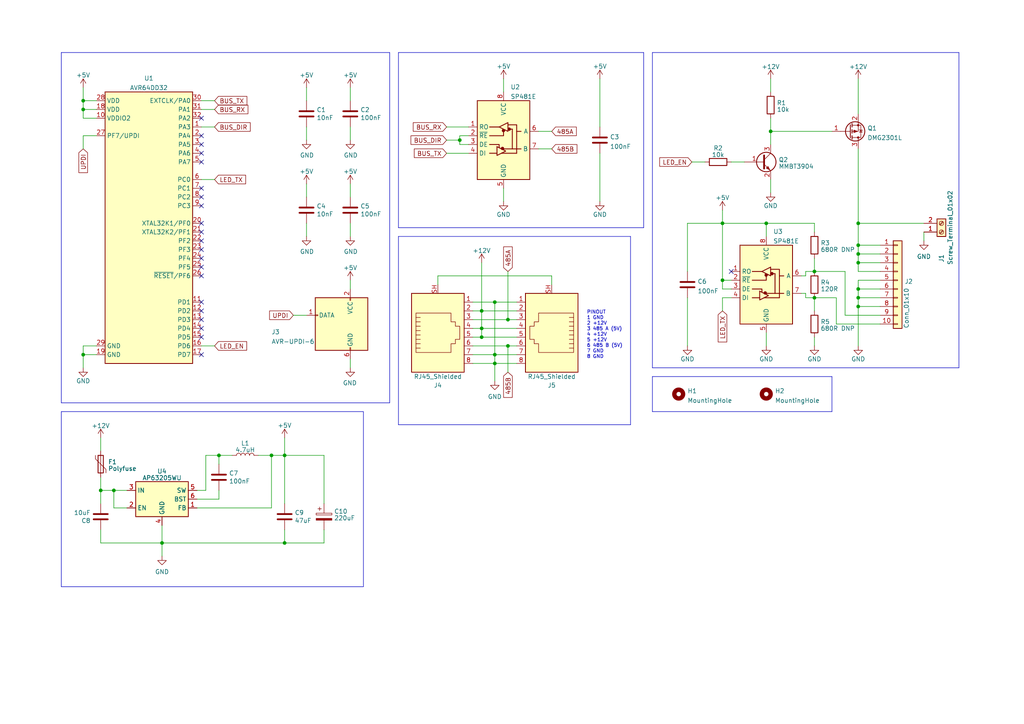
<source format=kicad_sch>
(kicad_sch (version 20230121) (generator eeschema)

  (uuid e63e39d7-6ac0-4ffd-8aa3-1841a4541b55)

  (paper "A4")

  (lib_symbols
    (symbol "Connector:AVR-UPDI-6" (pin_names (offset 1.016)) (in_bom yes) (on_board yes)
      (property "Reference" "J" (at -6.35 8.89 0)
        (effects (font (size 1.27 1.27)) (justify left))
      )
      (property "Value" "AVR-UPDI-6" (at 0 8.89 0)
        (effects (font (size 1.27 1.27)) (justify left))
      )
      (property "Footprint" "" (at -6.35 -1.27 90)
        (effects (font (size 1.27 1.27)) hide)
      )
      (property "Datasheet" "https://www.microchip.com/webdoc/GUID-9D10622A-5C16-4405-B092-1BDD437B4976/index.html?GUID-9B349315-2842-4189-B88C-49F4E1055D7F" (at -32.385 -13.97 0)
        (effects (font (size 1.27 1.27)) hide)
      )
      (property "ki_keywords" "AVR UPDI Connector" (at 0 0 0)
        (effects (font (size 1.27 1.27)) hide)
      )
      (property "ki_description" "Atmel 6-pin UPDI connector" (at 0 0 0)
        (effects (font (size 1.27 1.27)) hide)
      )
      (property "ki_fp_filters" "IDC?Header*2x03* Pin?Header*2x03*" (at 0 0 0)
        (effects (font (size 1.27 1.27)) hide)
      )
      (symbol "AVR-UPDI-6_0_1"
        (rectangle (start -2.667 -6.858) (end -2.413 -7.62)
          (stroke (width 0) (type default))
          (fill (type none))
        )
        (rectangle (start -2.667 7.62) (end -2.413 6.858)
          (stroke (width 0) (type default))
          (fill (type none))
        )
        (rectangle (start 7.62 2.667) (end 6.858 2.413)
          (stroke (width 0) (type default))
          (fill (type none))
        )
        (rectangle (start 7.62 7.62) (end -7.62 -7.62)
          (stroke (width 0.254) (type default))
          (fill (type background))
        )
      )
      (symbol "AVR-UPDI-6_1_1"
        (pin passive line (at 10.16 2.54 180) (length 2.54)
          (name "DATA" (effects (font (size 1.27 1.27))))
          (number "1" (effects (font (size 1.27 1.27))))
        )
        (pin passive line (at -2.54 10.16 270) (length 2.54)
          (name "VCC" (effects (font (size 1.27 1.27))))
          (number "2" (effects (font (size 1.27 1.27))))
        )
        (pin no_connect line (at 7.62 0 180) (length 2.54) hide
          (name "NC" (effects (font (size 1.27 1.27))))
          (number "3" (effects (font (size 1.27 1.27))))
        )
        (pin no_connect line (at 7.62 -2.54 180) (length 2.54) hide
          (name "NC" (effects (font (size 1.27 1.27))))
          (number "4" (effects (font (size 1.27 1.27))))
        )
        (pin no_connect line (at 7.62 -5.08 180) (length 2.54) hide
          (name "NC" (effects (font (size 1.27 1.27))))
          (number "5" (effects (font (size 1.27 1.27))))
        )
        (pin passive line (at -2.54 -10.16 90) (length 2.54)
          (name "GND" (effects (font (size 1.27 1.27))))
          (number "6" (effects (font (size 1.27 1.27))))
        )
      )
    )
    (symbol "Connector:RJ45_Shielded" (pin_names (offset 1.016)) (in_bom yes) (on_board yes)
      (property "Reference" "J" (at -5.08 13.97 0)
        (effects (font (size 1.27 1.27)) (justify right))
      )
      (property "Value" "RJ45_Shielded" (at 2.54 13.97 0)
        (effects (font (size 1.27 1.27)) (justify left))
      )
      (property "Footprint" "" (at 0 0.635 90)
        (effects (font (size 1.27 1.27)) hide)
      )
      (property "Datasheet" "~" (at 0 0.635 90)
        (effects (font (size 1.27 1.27)) hide)
      )
      (property "ki_keywords" "8P8C RJ jack socket connector" (at 0 0 0)
        (effects (font (size 1.27 1.27)) hide)
      )
      (property "ki_description" "RJ connector, 8P8C (8 positions 8 connected), Shielded" (at 0 0 0)
        (effects (font (size 1.27 1.27)) hide)
      )
      (property "ki_fp_filters" "8P8C* RJ31* RJ32* RJ33* RJ34* RJ35* RJ41* RJ45* RJ49* RJ61*" (at 0 0 0)
        (effects (font (size 1.27 1.27)) hide)
      )
      (symbol "RJ45_Shielded_0_1"
        (polyline
          (pts
            (xy -5.08 4.445)
            (xy -6.35 4.445)
          )
          (stroke (width 0) (type default))
          (fill (type none))
        )
        (polyline
          (pts
            (xy -5.08 5.715)
            (xy -6.35 5.715)
          )
          (stroke (width 0) (type default))
          (fill (type none))
        )
        (polyline
          (pts
            (xy -6.35 -3.175)
            (xy -5.08 -3.175)
            (xy -5.08 -3.175)
          )
          (stroke (width 0) (type default))
          (fill (type none))
        )
        (polyline
          (pts
            (xy -6.35 -1.905)
            (xy -5.08 -1.905)
            (xy -5.08 -1.905)
          )
          (stroke (width 0) (type default))
          (fill (type none))
        )
        (polyline
          (pts
            (xy -6.35 -0.635)
            (xy -5.08 -0.635)
            (xy -5.08 -0.635)
          )
          (stroke (width 0) (type default))
          (fill (type none))
        )
        (polyline
          (pts
            (xy -6.35 0.635)
            (xy -5.08 0.635)
            (xy -5.08 0.635)
          )
          (stroke (width 0) (type default))
          (fill (type none))
        )
        (polyline
          (pts
            (xy -6.35 1.905)
            (xy -5.08 1.905)
            (xy -5.08 1.905)
          )
          (stroke (width 0) (type default))
          (fill (type none))
        )
        (polyline
          (pts
            (xy -5.08 3.175)
            (xy -6.35 3.175)
            (xy -6.35 3.175)
          )
          (stroke (width 0) (type default))
          (fill (type none))
        )
        (polyline
          (pts
            (xy -6.35 -4.445)
            (xy -6.35 6.985)
            (xy 3.81 6.985)
            (xy 3.81 4.445)
            (xy 5.08 4.445)
            (xy 5.08 3.175)
            (xy 6.35 3.175)
            (xy 6.35 -0.635)
            (xy 5.08 -0.635)
            (xy 5.08 -1.905)
            (xy 3.81 -1.905)
            (xy 3.81 -4.445)
            (xy -6.35 -4.445)
            (xy -6.35 -4.445)
          )
          (stroke (width 0) (type default))
          (fill (type none))
        )
        (rectangle (start 7.62 12.7) (end -7.62 -10.16)
          (stroke (width 0.254) (type default))
          (fill (type background))
        )
      )
      (symbol "RJ45_Shielded_1_1"
        (pin passive line (at 10.16 -7.62 180) (length 2.54)
          (name "~" (effects (font (size 1.27 1.27))))
          (number "1" (effects (font (size 1.27 1.27))))
        )
        (pin passive line (at 10.16 -5.08 180) (length 2.54)
          (name "~" (effects (font (size 1.27 1.27))))
          (number "2" (effects (font (size 1.27 1.27))))
        )
        (pin passive line (at 10.16 -2.54 180) (length 2.54)
          (name "~" (effects (font (size 1.27 1.27))))
          (number "3" (effects (font (size 1.27 1.27))))
        )
        (pin passive line (at 10.16 0 180) (length 2.54)
          (name "~" (effects (font (size 1.27 1.27))))
          (number "4" (effects (font (size 1.27 1.27))))
        )
        (pin passive line (at 10.16 2.54 180) (length 2.54)
          (name "~" (effects (font (size 1.27 1.27))))
          (number "5" (effects (font (size 1.27 1.27))))
        )
        (pin passive line (at 10.16 5.08 180) (length 2.54)
          (name "~" (effects (font (size 1.27 1.27))))
          (number "6" (effects (font (size 1.27 1.27))))
        )
        (pin passive line (at 10.16 7.62 180) (length 2.54)
          (name "~" (effects (font (size 1.27 1.27))))
          (number "7" (effects (font (size 1.27 1.27))))
        )
        (pin passive line (at 10.16 10.16 180) (length 2.54)
          (name "~" (effects (font (size 1.27 1.27))))
          (number "8" (effects (font (size 1.27 1.27))))
        )
        (pin passive line (at 0 -12.7 90) (length 2.54)
          (name "~" (effects (font (size 1.27 1.27))))
          (number "SH" (effects (font (size 1.27 1.27))))
        )
      )
    )
    (symbol "Connector:Screw_Terminal_01x02" (pin_names (offset 1.016) hide) (in_bom yes) (on_board yes)
      (property "Reference" "J" (at 0 2.54 0)
        (effects (font (size 1.27 1.27)))
      )
      (property "Value" "Screw_Terminal_01x02" (at 0 -5.08 0)
        (effects (font (size 1.27 1.27)))
      )
      (property "Footprint" "" (at 0 0 0)
        (effects (font (size 1.27 1.27)) hide)
      )
      (property "Datasheet" "~" (at 0 0 0)
        (effects (font (size 1.27 1.27)) hide)
      )
      (property "ki_keywords" "screw terminal" (at 0 0 0)
        (effects (font (size 1.27 1.27)) hide)
      )
      (property "ki_description" "Generic screw terminal, single row, 01x02, script generated (kicad-library-utils/schlib/autogen/connector/)" (at 0 0 0)
        (effects (font (size 1.27 1.27)) hide)
      )
      (property "ki_fp_filters" "TerminalBlock*:*" (at 0 0 0)
        (effects (font (size 1.27 1.27)) hide)
      )
      (symbol "Screw_Terminal_01x02_1_1"
        (rectangle (start -1.27 1.27) (end 1.27 -3.81)
          (stroke (width 0.254) (type default))
          (fill (type background))
        )
        (circle (center 0 -2.54) (radius 0.635)
          (stroke (width 0.1524) (type default))
          (fill (type none))
        )
        (polyline
          (pts
            (xy -0.5334 -2.2098)
            (xy 0.3302 -3.048)
          )
          (stroke (width 0.1524) (type default))
          (fill (type none))
        )
        (polyline
          (pts
            (xy -0.5334 0.3302)
            (xy 0.3302 -0.508)
          )
          (stroke (width 0.1524) (type default))
          (fill (type none))
        )
        (polyline
          (pts
            (xy -0.3556 -2.032)
            (xy 0.508 -2.8702)
          )
          (stroke (width 0.1524) (type default))
          (fill (type none))
        )
        (polyline
          (pts
            (xy -0.3556 0.508)
            (xy 0.508 -0.3302)
          )
          (stroke (width 0.1524) (type default))
          (fill (type none))
        )
        (circle (center 0 0) (radius 0.635)
          (stroke (width 0.1524) (type default))
          (fill (type none))
        )
        (pin passive line (at -5.08 0 0) (length 3.81)
          (name "Pin_1" (effects (font (size 1.27 1.27))))
          (number "1" (effects (font (size 1.27 1.27))))
        )
        (pin passive line (at -5.08 -2.54 0) (length 3.81)
          (name "Pin_2" (effects (font (size 1.27 1.27))))
          (number "2" (effects (font (size 1.27 1.27))))
        )
      )
    )
    (symbol "Connector_Generic:Conn_01x10" (pin_names (offset 1.016) hide) (in_bom yes) (on_board yes)
      (property "Reference" "J" (at 0 12.7 0)
        (effects (font (size 1.27 1.27)))
      )
      (property "Value" "Conn_01x10" (at 0 -15.24 0)
        (effects (font (size 1.27 1.27)))
      )
      (property "Footprint" "" (at 0 0 0)
        (effects (font (size 1.27 1.27)) hide)
      )
      (property "Datasheet" "~" (at 0 0 0)
        (effects (font (size 1.27 1.27)) hide)
      )
      (property "ki_keywords" "connector" (at 0 0 0)
        (effects (font (size 1.27 1.27)) hide)
      )
      (property "ki_description" "Generic connector, single row, 01x10, script generated (kicad-library-utils/schlib/autogen/connector/)" (at 0 0 0)
        (effects (font (size 1.27 1.27)) hide)
      )
      (property "ki_fp_filters" "Connector*:*_1x??_*" (at 0 0 0)
        (effects (font (size 1.27 1.27)) hide)
      )
      (symbol "Conn_01x10_1_1"
        (rectangle (start -1.27 -12.573) (end 0 -12.827)
          (stroke (width 0.1524) (type default))
          (fill (type none))
        )
        (rectangle (start -1.27 -10.033) (end 0 -10.287)
          (stroke (width 0.1524) (type default))
          (fill (type none))
        )
        (rectangle (start -1.27 -7.493) (end 0 -7.747)
          (stroke (width 0.1524) (type default))
          (fill (type none))
        )
        (rectangle (start -1.27 -4.953) (end 0 -5.207)
          (stroke (width 0.1524) (type default))
          (fill (type none))
        )
        (rectangle (start -1.27 -2.413) (end 0 -2.667)
          (stroke (width 0.1524) (type default))
          (fill (type none))
        )
        (rectangle (start -1.27 0.127) (end 0 -0.127)
          (stroke (width 0.1524) (type default))
          (fill (type none))
        )
        (rectangle (start -1.27 2.667) (end 0 2.413)
          (stroke (width 0.1524) (type default))
          (fill (type none))
        )
        (rectangle (start -1.27 5.207) (end 0 4.953)
          (stroke (width 0.1524) (type default))
          (fill (type none))
        )
        (rectangle (start -1.27 7.747) (end 0 7.493)
          (stroke (width 0.1524) (type default))
          (fill (type none))
        )
        (rectangle (start -1.27 10.287) (end 0 10.033)
          (stroke (width 0.1524) (type default))
          (fill (type none))
        )
        (rectangle (start -1.27 11.43) (end 1.27 -13.97)
          (stroke (width 0.254) (type default))
          (fill (type background))
        )
        (pin passive line (at -5.08 10.16 0) (length 3.81)
          (name "Pin_1" (effects (font (size 1.27 1.27))))
          (number "1" (effects (font (size 1.27 1.27))))
        )
        (pin passive line (at -5.08 -12.7 0) (length 3.81)
          (name "Pin_10" (effects (font (size 1.27 1.27))))
          (number "10" (effects (font (size 1.27 1.27))))
        )
        (pin passive line (at -5.08 7.62 0) (length 3.81)
          (name "Pin_2" (effects (font (size 1.27 1.27))))
          (number "2" (effects (font (size 1.27 1.27))))
        )
        (pin passive line (at -5.08 5.08 0) (length 3.81)
          (name "Pin_3" (effects (font (size 1.27 1.27))))
          (number "3" (effects (font (size 1.27 1.27))))
        )
        (pin passive line (at -5.08 2.54 0) (length 3.81)
          (name "Pin_4" (effects (font (size 1.27 1.27))))
          (number "4" (effects (font (size 1.27 1.27))))
        )
        (pin passive line (at -5.08 0 0) (length 3.81)
          (name "Pin_5" (effects (font (size 1.27 1.27))))
          (number "5" (effects (font (size 1.27 1.27))))
        )
        (pin passive line (at -5.08 -2.54 0) (length 3.81)
          (name "Pin_6" (effects (font (size 1.27 1.27))))
          (number "6" (effects (font (size 1.27 1.27))))
        )
        (pin passive line (at -5.08 -5.08 0) (length 3.81)
          (name "Pin_7" (effects (font (size 1.27 1.27))))
          (number "7" (effects (font (size 1.27 1.27))))
        )
        (pin passive line (at -5.08 -7.62 0) (length 3.81)
          (name "Pin_8" (effects (font (size 1.27 1.27))))
          (number "8" (effects (font (size 1.27 1.27))))
        )
        (pin passive line (at -5.08 -10.16 0) (length 3.81)
          (name "Pin_9" (effects (font (size 1.27 1.27))))
          (number "9" (effects (font (size 1.27 1.27))))
        )
      )
    )
    (symbol "Device:C" (pin_numbers hide) (pin_names (offset 0.254)) (in_bom yes) (on_board yes)
      (property "Reference" "C" (at 0.635 2.54 0)
        (effects (font (size 1.27 1.27)) (justify left))
      )
      (property "Value" "C" (at 0.635 -2.54 0)
        (effects (font (size 1.27 1.27)) (justify left))
      )
      (property "Footprint" "" (at 0.9652 -3.81 0)
        (effects (font (size 1.27 1.27)) hide)
      )
      (property "Datasheet" "~" (at 0 0 0)
        (effects (font (size 1.27 1.27)) hide)
      )
      (property "ki_keywords" "cap capacitor" (at 0 0 0)
        (effects (font (size 1.27 1.27)) hide)
      )
      (property "ki_description" "Unpolarized capacitor" (at 0 0 0)
        (effects (font (size 1.27 1.27)) hide)
      )
      (property "ki_fp_filters" "C_*" (at 0 0 0)
        (effects (font (size 1.27 1.27)) hide)
      )
      (symbol "C_0_1"
        (polyline
          (pts
            (xy -2.032 -0.762)
            (xy 2.032 -0.762)
          )
          (stroke (width 0.508) (type default))
          (fill (type none))
        )
        (polyline
          (pts
            (xy -2.032 0.762)
            (xy 2.032 0.762)
          )
          (stroke (width 0.508) (type default))
          (fill (type none))
        )
      )
      (symbol "C_1_1"
        (pin passive line (at 0 3.81 270) (length 2.794)
          (name "~" (effects (font (size 1.27 1.27))))
          (number "1" (effects (font (size 1.27 1.27))))
        )
        (pin passive line (at 0 -3.81 90) (length 2.794)
          (name "~" (effects (font (size 1.27 1.27))))
          (number "2" (effects (font (size 1.27 1.27))))
        )
      )
    )
    (symbol "Device:C_Polarized" (pin_numbers hide) (pin_names (offset 0.254)) (in_bom yes) (on_board yes)
      (property "Reference" "C" (at 0.635 2.54 0)
        (effects (font (size 1.27 1.27)) (justify left))
      )
      (property "Value" "C_Polarized" (at 0.635 -2.54 0)
        (effects (font (size 1.27 1.27)) (justify left))
      )
      (property "Footprint" "" (at 0.9652 -3.81 0)
        (effects (font (size 1.27 1.27)) hide)
      )
      (property "Datasheet" "~" (at 0 0 0)
        (effects (font (size 1.27 1.27)) hide)
      )
      (property "ki_keywords" "cap capacitor" (at 0 0 0)
        (effects (font (size 1.27 1.27)) hide)
      )
      (property "ki_description" "Polarized capacitor" (at 0 0 0)
        (effects (font (size 1.27 1.27)) hide)
      )
      (property "ki_fp_filters" "CP_*" (at 0 0 0)
        (effects (font (size 1.27 1.27)) hide)
      )
      (symbol "C_Polarized_0_1"
        (rectangle (start -2.286 0.508) (end 2.286 1.016)
          (stroke (width 0) (type default))
          (fill (type none))
        )
        (polyline
          (pts
            (xy -1.778 2.286)
            (xy -0.762 2.286)
          )
          (stroke (width 0) (type default))
          (fill (type none))
        )
        (polyline
          (pts
            (xy -1.27 2.794)
            (xy -1.27 1.778)
          )
          (stroke (width 0) (type default))
          (fill (type none))
        )
        (rectangle (start 2.286 -0.508) (end -2.286 -1.016)
          (stroke (width 0) (type default))
          (fill (type outline))
        )
      )
      (symbol "C_Polarized_1_1"
        (pin passive line (at 0 3.81 270) (length 2.794)
          (name "~" (effects (font (size 1.27 1.27))))
          (number "1" (effects (font (size 1.27 1.27))))
        )
        (pin passive line (at 0 -3.81 90) (length 2.794)
          (name "~" (effects (font (size 1.27 1.27))))
          (number "2" (effects (font (size 1.27 1.27))))
        )
      )
    )
    (symbol "Device:L" (pin_numbers hide) (pin_names (offset 1.016) hide) (in_bom yes) (on_board yes)
      (property "Reference" "L" (at -1.27 0 90)
        (effects (font (size 1.27 1.27)))
      )
      (property "Value" "L" (at 1.905 0 90)
        (effects (font (size 1.27 1.27)))
      )
      (property "Footprint" "" (at 0 0 0)
        (effects (font (size 1.27 1.27)) hide)
      )
      (property "Datasheet" "~" (at 0 0 0)
        (effects (font (size 1.27 1.27)) hide)
      )
      (property "ki_keywords" "inductor choke coil reactor magnetic" (at 0 0 0)
        (effects (font (size 1.27 1.27)) hide)
      )
      (property "ki_description" "Inductor" (at 0 0 0)
        (effects (font (size 1.27 1.27)) hide)
      )
      (property "ki_fp_filters" "Choke_* *Coil* Inductor_* L_*" (at 0 0 0)
        (effects (font (size 1.27 1.27)) hide)
      )
      (symbol "L_0_1"
        (arc (start 0 -2.54) (mid 0.6323 -1.905) (end 0 -1.27)
          (stroke (width 0) (type default))
          (fill (type none))
        )
        (arc (start 0 -1.27) (mid 0.6323 -0.635) (end 0 0)
          (stroke (width 0) (type default))
          (fill (type none))
        )
        (arc (start 0 0) (mid 0.6323 0.635) (end 0 1.27)
          (stroke (width 0) (type default))
          (fill (type none))
        )
        (arc (start 0 1.27) (mid 0.6323 1.905) (end 0 2.54)
          (stroke (width 0) (type default))
          (fill (type none))
        )
      )
      (symbol "L_1_1"
        (pin passive line (at 0 3.81 270) (length 1.27)
          (name "1" (effects (font (size 1.27 1.27))))
          (number "1" (effects (font (size 1.27 1.27))))
        )
        (pin passive line (at 0 -3.81 90) (length 1.27)
          (name "2" (effects (font (size 1.27 1.27))))
          (number "2" (effects (font (size 1.27 1.27))))
        )
      )
    )
    (symbol "Device:Polyfuse" (pin_numbers hide) (pin_names (offset 0)) (in_bom yes) (on_board yes)
      (property "Reference" "F" (at -2.54 0 90)
        (effects (font (size 1.27 1.27)))
      )
      (property "Value" "Polyfuse" (at 2.54 0 90)
        (effects (font (size 1.27 1.27)))
      )
      (property "Footprint" "" (at 1.27 -5.08 0)
        (effects (font (size 1.27 1.27)) (justify left) hide)
      )
      (property "Datasheet" "~" (at 0 0 0)
        (effects (font (size 1.27 1.27)) hide)
      )
      (property "ki_keywords" "resettable fuse PTC PPTC polyfuse polyswitch" (at 0 0 0)
        (effects (font (size 1.27 1.27)) hide)
      )
      (property "ki_description" "Resettable fuse, polymeric positive temperature coefficient" (at 0 0 0)
        (effects (font (size 1.27 1.27)) hide)
      )
      (property "ki_fp_filters" "*polyfuse* *PTC*" (at 0 0 0)
        (effects (font (size 1.27 1.27)) hide)
      )
      (symbol "Polyfuse_0_1"
        (rectangle (start -0.762 2.54) (end 0.762 -2.54)
          (stroke (width 0.254) (type default))
          (fill (type none))
        )
        (polyline
          (pts
            (xy 0 2.54)
            (xy 0 -2.54)
          )
          (stroke (width 0) (type default))
          (fill (type none))
        )
        (polyline
          (pts
            (xy -1.524 2.54)
            (xy -1.524 1.524)
            (xy 1.524 -1.524)
            (xy 1.524 -2.54)
          )
          (stroke (width 0) (type default))
          (fill (type none))
        )
      )
      (symbol "Polyfuse_1_1"
        (pin passive line (at 0 3.81 270) (length 1.27)
          (name "~" (effects (font (size 1.27 1.27))))
          (number "1" (effects (font (size 1.27 1.27))))
        )
        (pin passive line (at 0 -3.81 90) (length 1.27)
          (name "~" (effects (font (size 1.27 1.27))))
          (number "2" (effects (font (size 1.27 1.27))))
        )
      )
    )
    (symbol "Device:Q_NPN_BEC" (pin_names (offset 0) hide) (in_bom yes) (on_board yes)
      (property "Reference" "Q" (at 5.08 1.27 0)
        (effects (font (size 1.27 1.27)) (justify left))
      )
      (property "Value" "Q_NPN_BEC" (at 5.08 -1.27 0)
        (effects (font (size 1.27 1.27)) (justify left))
      )
      (property "Footprint" "" (at 5.08 2.54 0)
        (effects (font (size 1.27 1.27)) hide)
      )
      (property "Datasheet" "~" (at 0 0 0)
        (effects (font (size 1.27 1.27)) hide)
      )
      (property "ki_keywords" "transistor NPN" (at 0 0 0)
        (effects (font (size 1.27 1.27)) hide)
      )
      (property "ki_description" "NPN transistor, base/emitter/collector" (at 0 0 0)
        (effects (font (size 1.27 1.27)) hide)
      )
      (symbol "Q_NPN_BEC_0_1"
        (polyline
          (pts
            (xy 0.635 0.635)
            (xy 2.54 2.54)
          )
          (stroke (width 0) (type default))
          (fill (type none))
        )
        (polyline
          (pts
            (xy 0.635 -0.635)
            (xy 2.54 -2.54)
            (xy 2.54 -2.54)
          )
          (stroke (width 0) (type default))
          (fill (type none))
        )
        (polyline
          (pts
            (xy 0.635 1.905)
            (xy 0.635 -1.905)
            (xy 0.635 -1.905)
          )
          (stroke (width 0.508) (type default))
          (fill (type none))
        )
        (polyline
          (pts
            (xy 1.27 -1.778)
            (xy 1.778 -1.27)
            (xy 2.286 -2.286)
            (xy 1.27 -1.778)
            (xy 1.27 -1.778)
          )
          (stroke (width 0) (type default))
          (fill (type outline))
        )
        (circle (center 1.27 0) (radius 2.8194)
          (stroke (width 0.254) (type default))
          (fill (type none))
        )
      )
      (symbol "Q_NPN_BEC_1_1"
        (pin input line (at -5.08 0 0) (length 5.715)
          (name "B" (effects (font (size 1.27 1.27))))
          (number "1" (effects (font (size 1.27 1.27))))
        )
        (pin passive line (at 2.54 -5.08 90) (length 2.54)
          (name "E" (effects (font (size 1.27 1.27))))
          (number "2" (effects (font (size 1.27 1.27))))
        )
        (pin passive line (at 2.54 5.08 270) (length 2.54)
          (name "C" (effects (font (size 1.27 1.27))))
          (number "3" (effects (font (size 1.27 1.27))))
        )
      )
    )
    (symbol "Device:R" (pin_numbers hide) (pin_names (offset 0)) (in_bom yes) (on_board yes)
      (property "Reference" "R" (at 2.032 0 90)
        (effects (font (size 1.27 1.27)))
      )
      (property "Value" "R" (at 0 0 90)
        (effects (font (size 1.27 1.27)))
      )
      (property "Footprint" "" (at -1.778 0 90)
        (effects (font (size 1.27 1.27)) hide)
      )
      (property "Datasheet" "~" (at 0 0 0)
        (effects (font (size 1.27 1.27)) hide)
      )
      (property "ki_keywords" "R res resistor" (at 0 0 0)
        (effects (font (size 1.27 1.27)) hide)
      )
      (property "ki_description" "Resistor" (at 0 0 0)
        (effects (font (size 1.27 1.27)) hide)
      )
      (property "ki_fp_filters" "R_*" (at 0 0 0)
        (effects (font (size 1.27 1.27)) hide)
      )
      (symbol "R_0_1"
        (rectangle (start -1.016 -2.54) (end 1.016 2.54)
          (stroke (width 0.254) (type default))
          (fill (type none))
        )
      )
      (symbol "R_1_1"
        (pin passive line (at 0 3.81 270) (length 1.27)
          (name "~" (effects (font (size 1.27 1.27))))
          (number "1" (effects (font (size 1.27 1.27))))
        )
        (pin passive line (at 0 -3.81 90) (length 1.27)
          (name "~" (effects (font (size 1.27 1.27))))
          (number "2" (effects (font (size 1.27 1.27))))
        )
      )
    )
    (symbol "Mechanical:MountingHole" (pin_names (offset 1.016)) (in_bom yes) (on_board yes)
      (property "Reference" "H" (at 0 5.08 0)
        (effects (font (size 1.27 1.27)))
      )
      (property "Value" "MountingHole" (at 0 3.175 0)
        (effects (font (size 1.27 1.27)))
      )
      (property "Footprint" "" (at 0 0 0)
        (effects (font (size 1.27 1.27)) hide)
      )
      (property "Datasheet" "~" (at 0 0 0)
        (effects (font (size 1.27 1.27)) hide)
      )
      (property "ki_keywords" "mounting hole" (at 0 0 0)
        (effects (font (size 1.27 1.27)) hide)
      )
      (property "ki_description" "Mounting Hole without connection" (at 0 0 0)
        (effects (font (size 1.27 1.27)) hide)
      )
      (property "ki_fp_filters" "MountingHole*" (at 0 0 0)
        (effects (font (size 1.27 1.27)) hide)
      )
      (symbol "MountingHole_0_1"
        (circle (center 0 0) (radius 1.27)
          (stroke (width 1.27) (type default))
          (fill (type none))
        )
      )
    )
    (symbol "Regulator_Switching:AP63205WU" (in_bom yes) (on_board yes)
      (property "Reference" "U" (at -7.62 6.35 0)
        (effects (font (size 1.27 1.27)))
      )
      (property "Value" "AP63205WU" (at 2.54 6.35 0)
        (effects (font (size 1.27 1.27)))
      )
      (property "Footprint" "Package_TO_SOT_SMD:TSOT-23-6" (at 0 -22.86 0)
        (effects (font (size 1.27 1.27)) hide)
      )
      (property "Datasheet" "https://www.diodes.com/assets/Datasheets/AP63200-AP63201-AP63203-AP63205.pdf" (at 0 0 0)
        (effects (font (size 1.27 1.27)) hide)
      )
      (property "ki_keywords" "2A Buck DC/DC" (at 0 0 0)
        (effects (font (size 1.27 1.27)) hide)
      )
      (property "ki_description" "2A, 1.1MHz Buck DC/DC Converter, fixed 5.0V output voltage, TSOT-23-6" (at 0 0 0)
        (effects (font (size 1.27 1.27)) hide)
      )
      (property "ki_fp_filters" "TSOT?23*" (at 0 0 0)
        (effects (font (size 1.27 1.27)) hide)
      )
      (symbol "AP63205WU_0_1"
        (rectangle (start -7.62 5.08) (end 7.62 -5.08)
          (stroke (width 0.254) (type default))
          (fill (type background))
        )
      )
      (symbol "AP63205WU_1_1"
        (pin input line (at 10.16 -2.54 180) (length 2.54)
          (name "FB" (effects (font (size 1.27 1.27))))
          (number "1" (effects (font (size 1.27 1.27))))
        )
        (pin input line (at -10.16 -2.54 0) (length 2.54)
          (name "EN" (effects (font (size 1.27 1.27))))
          (number "2" (effects (font (size 1.27 1.27))))
        )
        (pin power_in line (at -10.16 2.54 0) (length 2.54)
          (name "IN" (effects (font (size 1.27 1.27))))
          (number "3" (effects (font (size 1.27 1.27))))
        )
        (pin power_in line (at 0 -7.62 90) (length 2.54)
          (name "GND" (effects (font (size 1.27 1.27))))
          (number "4" (effects (font (size 1.27 1.27))))
        )
        (pin output line (at 10.16 2.54 180) (length 2.54)
          (name "SW" (effects (font (size 1.27 1.27))))
          (number "5" (effects (font (size 1.27 1.27))))
        )
        (pin passive line (at 10.16 0 180) (length 2.54)
          (name "BST" (effects (font (size 1.27 1.27))))
          (number "6" (effects (font (size 1.27 1.27))))
        )
      )
    )
    (symbol "Transistor_FET:DMG2301L" (pin_names hide) (in_bom yes) (on_board yes)
      (property "Reference" "Q" (at 5.08 1.905 0)
        (effects (font (size 1.27 1.27)) (justify left))
      )
      (property "Value" "DMG2301L" (at 5.08 0 0)
        (effects (font (size 1.27 1.27)) (justify left))
      )
      (property "Footprint" "Package_TO_SOT_SMD:SOT-23" (at 5.08 -1.905 0)
        (effects (font (size 1.27 1.27) italic) (justify left) hide)
      )
      (property "Datasheet" "https://www.diodes.com/assets/Datasheets/DMG2301L.pdf" (at 0 0 0)
        (effects (font (size 1.27 1.27)) (justify left) hide)
      )
      (property "ki_keywords" "P-Channel MOSFET" (at 0 0 0)
        (effects (font (size 1.27 1.27)) hide)
      )
      (property "ki_description" "-3A Id, -20V Vds, P-Channel MOSFET, SOT-23" (at 0 0 0)
        (effects (font (size 1.27 1.27)) hide)
      )
      (property "ki_fp_filters" "SOT?23*" (at 0 0 0)
        (effects (font (size 1.27 1.27)) hide)
      )
      (symbol "DMG2301L_0_1"
        (polyline
          (pts
            (xy 0.254 0)
            (xy -2.54 0)
          )
          (stroke (width 0) (type default))
          (fill (type none))
        )
        (polyline
          (pts
            (xy 0.254 1.905)
            (xy 0.254 -1.905)
          )
          (stroke (width 0.254) (type default))
          (fill (type none))
        )
        (polyline
          (pts
            (xy 0.762 -1.27)
            (xy 0.762 -2.286)
          )
          (stroke (width 0.254) (type default))
          (fill (type none))
        )
        (polyline
          (pts
            (xy 0.762 0.508)
            (xy 0.762 -0.508)
          )
          (stroke (width 0.254) (type default))
          (fill (type none))
        )
        (polyline
          (pts
            (xy 0.762 2.286)
            (xy 0.762 1.27)
          )
          (stroke (width 0.254) (type default))
          (fill (type none))
        )
        (polyline
          (pts
            (xy 2.54 2.54)
            (xy 2.54 1.778)
          )
          (stroke (width 0) (type default))
          (fill (type none))
        )
        (polyline
          (pts
            (xy 2.54 -2.54)
            (xy 2.54 0)
            (xy 0.762 0)
          )
          (stroke (width 0) (type default))
          (fill (type none))
        )
        (polyline
          (pts
            (xy 0.762 1.778)
            (xy 3.302 1.778)
            (xy 3.302 -1.778)
            (xy 0.762 -1.778)
          )
          (stroke (width 0) (type default))
          (fill (type none))
        )
        (polyline
          (pts
            (xy 2.286 0)
            (xy 1.27 0.381)
            (xy 1.27 -0.381)
            (xy 2.286 0)
          )
          (stroke (width 0) (type default))
          (fill (type outline))
        )
        (polyline
          (pts
            (xy 2.794 -0.508)
            (xy 2.921 -0.381)
            (xy 3.683 -0.381)
            (xy 3.81 -0.254)
          )
          (stroke (width 0) (type default))
          (fill (type none))
        )
        (polyline
          (pts
            (xy 3.302 -0.381)
            (xy 2.921 0.254)
            (xy 3.683 0.254)
            (xy 3.302 -0.381)
          )
          (stroke (width 0) (type default))
          (fill (type none))
        )
        (circle (center 1.651 0) (radius 2.794)
          (stroke (width 0.254) (type default))
          (fill (type none))
        )
        (circle (center 2.54 -1.778) (radius 0.254)
          (stroke (width 0) (type default))
          (fill (type outline))
        )
        (circle (center 2.54 1.778) (radius 0.254)
          (stroke (width 0) (type default))
          (fill (type outline))
        )
      )
      (symbol "DMG2301L_1_1"
        (pin input line (at -5.08 0 0) (length 2.54)
          (name "G" (effects (font (size 1.27 1.27))))
          (number "1" (effects (font (size 1.27 1.27))))
        )
        (pin passive line (at 2.54 -5.08 90) (length 2.54)
          (name "S" (effects (font (size 1.27 1.27))))
          (number "2" (effects (font (size 1.27 1.27))))
        )
        (pin passive line (at 2.54 5.08 270) (length 2.54)
          (name "D" (effects (font (size 1.27 1.27))))
          (number "3" (effects (font (size 1.27 1.27))))
        )
      )
    )
    (symbol "kiu:AVR64DD32" (in_bom yes) (on_board yes)
      (property "Reference" "U" (at -12.7 -19.05 0)
        (effects (font (size 1.27 1.27)))
      )
      (property "Value" "AVR64DD32" (at 7.62 -19.05 0)
        (effects (font (size 1.27 1.27)))
      )
      (property "Footprint" "" (at 0 0 0)
        (effects (font (size 1.27 1.27)) hide)
      )
      (property "Datasheet" "" (at 0 0 0)
        (effects (font (size 1.27 1.27)) hide)
      )
      (symbol "AVR64DD32_0_1"
        (rectangle (start -12.7 -20.32) (end 12.7 -99.06)
          (stroke (width 0.254) (type default))
          (fill (type background))
        )
      )
      (symbol "AVR64DD32_1_1"
        (pin bidirectional line (at 15.24 -30.48 180) (length 2.54)
          (name "PA3" (effects (font (size 1.27 1.27))))
          (number "1" (effects (font (size 1.27 1.27))))
        )
        (pin power_in line (at -15.24 -27.94 0) (length 2.54)
          (name "VDDIO2" (effects (font (size 1.27 1.27))))
          (number "10" (effects (font (size 1.27 1.27))))
        )
        (pin bidirectional line (at 15.24 -81.28 180) (length 2.54)
          (name "PD1" (effects (font (size 1.27 1.27))))
          (number "11" (effects (font (size 1.27 1.27))))
        )
        (pin bidirectional line (at 15.24 -83.82 180) (length 2.54)
          (name "PD2" (effects (font (size 1.27 1.27))))
          (number "12" (effects (font (size 1.27 1.27))))
        )
        (pin bidirectional line (at 15.24 -86.36 180) (length 2.54)
          (name "PD3" (effects (font (size 1.27 1.27))))
          (number "13" (effects (font (size 1.27 1.27))))
        )
        (pin bidirectional line (at 15.24 -88.9 180) (length 2.54)
          (name "PD4" (effects (font (size 1.27 1.27))))
          (number "14" (effects (font (size 1.27 1.27))))
        )
        (pin bidirectional line (at 15.24 -91.44 180) (length 2.54)
          (name "PD5" (effects (font (size 1.27 1.27))))
          (number "15" (effects (font (size 1.27 1.27))))
        )
        (pin bidirectional line (at 15.24 -93.98 180) (length 2.54)
          (name "PD6" (effects (font (size 1.27 1.27))))
          (number "16" (effects (font (size 1.27 1.27))))
        )
        (pin bidirectional line (at 15.24 -96.52 180) (length 2.54)
          (name "PD7" (effects (font (size 1.27 1.27))))
          (number "17" (effects (font (size 1.27 1.27))))
        )
        (pin power_in line (at -15.24 -25.4 0) (length 2.54)
          (name "VDD" (effects (font (size 1.27 1.27))))
          (number "18" (effects (font (size 1.27 1.27))))
        )
        (pin power_in line (at -15.24 -96.52 0) (length 2.54)
          (name "GND" (effects (font (size 1.27 1.27))))
          (number "19" (effects (font (size 1.27 1.27))))
        )
        (pin bidirectional line (at 15.24 -33.02 180) (length 2.54)
          (name "PA4" (effects (font (size 1.27 1.27))))
          (number "2" (effects (font (size 1.27 1.27))))
        )
        (pin bidirectional line (at 15.24 -58.42 180) (length 2.54)
          (name "XTAL32K1/PF0" (effects (font (size 1.27 1.27))))
          (number "20" (effects (font (size 1.27 1.27))))
        )
        (pin bidirectional line (at 15.24 -60.96 180) (length 2.54)
          (name "XTAL32K2/PF1" (effects (font (size 1.27 1.27))))
          (number "21" (effects (font (size 1.27 1.27))))
        )
        (pin bidirectional line (at 15.24 -63.5 180) (length 2.54)
          (name "PF2" (effects (font (size 1.27 1.27))))
          (number "22" (effects (font (size 1.27 1.27))))
        )
        (pin bidirectional line (at 15.24 -66.04 180) (length 2.54)
          (name "PF3" (effects (font (size 1.27 1.27))))
          (number "23" (effects (font (size 1.27 1.27))))
        )
        (pin bidirectional line (at 15.24 -68.58 180) (length 2.54)
          (name "PF4" (effects (font (size 1.27 1.27))))
          (number "24" (effects (font (size 1.27 1.27))))
        )
        (pin bidirectional line (at 15.24 -71.12 180) (length 2.54)
          (name "PF5" (effects (font (size 1.27 1.27))))
          (number "25" (effects (font (size 1.27 1.27))))
        )
        (pin input line (at 15.24 -73.66 180) (length 2.54)
          (name "~{RESET}/PF6" (effects (font (size 1.27 1.27))))
          (number "26" (effects (font (size 1.27 1.27))))
        )
        (pin bidirectional line (at -15.24 -33.02 0) (length 2.54)
          (name "PF7/UPDI" (effects (font (size 1.27 1.27))))
          (number "27" (effects (font (size 1.27 1.27))))
        )
        (pin power_in line (at -15.24 -22.86 0) (length 2.54)
          (name "VDD" (effects (font (size 1.27 1.27))))
          (number "28" (effects (font (size 1.27 1.27))))
        )
        (pin power_in line (at -15.24 -93.98 0) (length 2.54)
          (name "GND" (effects (font (size 1.27 1.27))))
          (number "29" (effects (font (size 1.27 1.27))))
        )
        (pin bidirectional line (at 15.24 -35.56 180) (length 2.54)
          (name "PA5" (effects (font (size 1.27 1.27))))
          (number "3" (effects (font (size 1.27 1.27))))
        )
        (pin bidirectional line (at 15.24 -22.86 180) (length 2.54)
          (name "EXTCLK/PA0" (effects (font (size 1.27 1.27))))
          (number "30" (effects (font (size 1.27 1.27))))
        )
        (pin bidirectional line (at 15.24 -25.4 180) (length 2.54)
          (name "PA1" (effects (font (size 1.27 1.27))))
          (number "31" (effects (font (size 1.27 1.27))))
        )
        (pin bidirectional line (at 15.24 -27.94 180) (length 2.54)
          (name "PA2" (effects (font (size 1.27 1.27))))
          (number "32" (effects (font (size 1.27 1.27))))
        )
        (pin bidirectional line (at 15.24 -38.1 180) (length 2.54)
          (name "PA6" (effects (font (size 1.27 1.27))))
          (number "4" (effects (font (size 1.27 1.27))))
        )
        (pin bidirectional line (at 15.24 -40.64 180) (length 2.54)
          (name "PA7" (effects (font (size 1.27 1.27))))
          (number "5" (effects (font (size 1.27 1.27))))
        )
        (pin bidirectional line (at 15.24 -45.72 180) (length 2.54)
          (name "PC0" (effects (font (size 1.27 1.27))))
          (number "6" (effects (font (size 1.27 1.27))))
        )
        (pin bidirectional line (at 15.24 -48.26 180) (length 2.54)
          (name "PC1" (effects (font (size 1.27 1.27))))
          (number "7" (effects (font (size 1.27 1.27))))
        )
        (pin bidirectional line (at 15.24 -50.8 180) (length 2.54)
          (name "PC2" (effects (font (size 1.27 1.27))))
          (number "8" (effects (font (size 1.27 1.27))))
        )
        (pin bidirectional line (at 15.24 -53.34 180) (length 2.54)
          (name "PC3" (effects (font (size 1.27 1.27))))
          (number "9" (effects (font (size 1.27 1.27))))
        )
      )
    )
    (symbol "kiu:SP481E" (in_bom yes) (on_board yes)
      (property "Reference" "U" (at 3.81 12.7 0)
        (effects (font (size 1.27 1.27)))
      )
      (property "Value" "SP481E" (at 7.62 -12.7 0)
        (effects (font (size 1.27 1.27)) (justify right))
      )
      (property "Footprint" "" (at 0 0 0)
        (effects (font (size 1.27 1.27)) hide)
      )
      (property "Datasheet" "" (at 0 0 0)
        (effects (font (size 1.27 1.27)) hide)
      )
      (symbol "SP481E_0_1"
        (rectangle (start -7.62 11.43) (end 7.62 -11.43)
          (stroke (width 0.254) (type default))
          (fill (type background))
        )
        (circle (center -0.3048 -2.413) (radius 0.3556)
          (stroke (width 0.254) (type default))
          (fill (type outline))
        )
        (circle (center -0.0254 2.7686) (radius 0.3556)
          (stroke (width 0.254) (type default))
          (fill (type outline))
        )
        (polyline
          (pts
            (xy -4.064 -3.81)
            (xy -1.905 -3.81)
          )
          (stroke (width 0.254) (type default))
          (fill (type none))
        )
        (polyline
          (pts
            (xy -4.064 3.81)
            (xy -1.27 3.81)
          )
          (stroke (width 0.254) (type default))
          (fill (type none))
        )
        (polyline
          (pts
            (xy -1.27 -1.9304)
            (xy -1.27 -2.1844)
          )
          (stroke (width 0.254) (type default))
          (fill (type none))
        )
        (polyline
          (pts
            (xy -0.635 -3.81)
            (xy 3.81 -3.81)
          )
          (stroke (width 0.254) (type default))
          (fill (type none))
        )
        (polyline
          (pts
            (xy 1.27 3.175)
            (xy 2.54 3.175)
          )
          (stroke (width 0.254) (type default))
          (fill (type none))
        )
        (polyline
          (pts
            (xy 2.54 -2.54)
            (xy 5.08 -2.54)
          )
          (stroke (width 0.254) (type default))
          (fill (type none))
        )
        (polyline
          (pts
            (xy 3.81 2.54)
            (xy 5.08 2.54)
          )
          (stroke (width 0.254) (type default))
          (fill (type none))
        )
        (polyline
          (pts
            (xy -4.064 -1.27)
            (xy -1.27 -1.27)
            (xy -1.27 -1.905)
          )
          (stroke (width 0.254) (type default))
          (fill (type none))
        )
        (polyline
          (pts
            (xy 0 2.54)
            (xy 0 1.27)
            (xy -4.064 1.27)
          )
          (stroke (width 0.254) (type default))
          (fill (type none))
        )
        (polyline
          (pts
            (xy 1.27 4.445)
            (xy 3.81 4.445)
            (xy 3.81 -3.81)
          )
          (stroke (width 0.254) (type default))
          (fill (type none))
        )
        (polyline
          (pts
            (xy 2.54 3.175)
            (xy 2.54 -2.54)
            (xy 0 -2.54)
          )
          (stroke (width 0.254) (type default))
          (fill (type none))
        )
        (polyline
          (pts
            (xy -1.905 -1.905)
            (xy -1.905 -4.445)
            (xy 0.635 -3.175)
            (xy -1.905 -1.905)
          )
          (stroke (width 0.254) (type default))
          (fill (type none))
        )
        (polyline
          (pts
            (xy -1.27 3.81)
            (xy 1.27 5.08)
            (xy 1.27 2.54)
            (xy -1.27 3.81)
          )
          (stroke (width 0.254) (type default))
          (fill (type none))
        )
        (rectangle (start 1.27 4.445) (end 1.27 4.445)
          (stroke (width 0) (type default))
          (fill (type none))
        )
        (circle (center 1.651 3.175) (radius 0.3556)
          (stroke (width 0.254) (type default))
          (fill (type outline))
        )
      )
      (symbol "SP481E_1_1"
        (pin output line (at -10.16 3.81 0) (length 2.54)
          (name "RO" (effects (font (size 1.27 1.27))))
          (number "1" (effects (font (size 1.27 1.27))))
        )
        (pin input line (at -10.16 1.27 0) (length 2.54)
          (name "~{RE}" (effects (font (size 1.27 1.27))))
          (number "2" (effects (font (size 1.27 1.27))))
        )
        (pin input line (at -10.16 -1.27 0) (length 2.54)
          (name "DE" (effects (font (size 1.27 1.27))))
          (number "3" (effects (font (size 1.27 1.27))))
        )
        (pin input line (at -10.16 -3.81 0) (length 2.54)
          (name "DI" (effects (font (size 1.27 1.27))))
          (number "4" (effects (font (size 1.27 1.27))))
        )
        (pin power_in line (at 0 -13.97 90) (length 2.54)
          (name "GND" (effects (font (size 1.27 1.27))))
          (number "5" (effects (font (size 1.27 1.27))))
        )
        (pin bidirectional line (at 10.16 2.54 180) (length 2.54)
          (name "A" (effects (font (size 1.27 1.27))))
          (number "6" (effects (font (size 1.27 1.27))))
        )
        (pin bidirectional line (at 10.16 -2.54 180) (length 2.54)
          (name "B" (effects (font (size 1.27 1.27))))
          (number "7" (effects (font (size 1.27 1.27))))
        )
        (pin power_in line (at 0 13.97 270) (length 2.54)
          (name "VCC" (effects (font (size 1.27 1.27))))
          (number "8" (effects (font (size 1.27 1.27))))
        )
      )
    )
    (symbol "power:+12V" (power) (pin_names (offset 0)) (in_bom yes) (on_board yes)
      (property "Reference" "#PWR" (at 0 -3.81 0)
        (effects (font (size 1.27 1.27)) hide)
      )
      (property "Value" "+12V" (at 0 3.556 0)
        (effects (font (size 1.27 1.27)))
      )
      (property "Footprint" "" (at 0 0 0)
        (effects (font (size 1.27 1.27)) hide)
      )
      (property "Datasheet" "" (at 0 0 0)
        (effects (font (size 1.27 1.27)) hide)
      )
      (property "ki_keywords" "global power" (at 0 0 0)
        (effects (font (size 1.27 1.27)) hide)
      )
      (property "ki_description" "Power symbol creates a global label with name \"+12V\"" (at 0 0 0)
        (effects (font (size 1.27 1.27)) hide)
      )
      (symbol "+12V_0_1"
        (polyline
          (pts
            (xy -0.762 1.27)
            (xy 0 2.54)
          )
          (stroke (width 0) (type default))
          (fill (type none))
        )
        (polyline
          (pts
            (xy 0 0)
            (xy 0 2.54)
          )
          (stroke (width 0) (type default))
          (fill (type none))
        )
        (polyline
          (pts
            (xy 0 2.54)
            (xy 0.762 1.27)
          )
          (stroke (width 0) (type default))
          (fill (type none))
        )
      )
      (symbol "+12V_1_1"
        (pin power_in line (at 0 0 90) (length 0) hide
          (name "+12V" (effects (font (size 1.27 1.27))))
          (number "1" (effects (font (size 1.27 1.27))))
        )
      )
    )
    (symbol "power:+5V" (power) (pin_names (offset 0)) (in_bom yes) (on_board yes)
      (property "Reference" "#PWR" (at 0 -3.81 0)
        (effects (font (size 1.27 1.27)) hide)
      )
      (property "Value" "+5V" (at 0 3.556 0)
        (effects (font (size 1.27 1.27)))
      )
      (property "Footprint" "" (at 0 0 0)
        (effects (font (size 1.27 1.27)) hide)
      )
      (property "Datasheet" "" (at 0 0 0)
        (effects (font (size 1.27 1.27)) hide)
      )
      (property "ki_keywords" "global power" (at 0 0 0)
        (effects (font (size 1.27 1.27)) hide)
      )
      (property "ki_description" "Power symbol creates a global label with name \"+5V\"" (at 0 0 0)
        (effects (font (size 1.27 1.27)) hide)
      )
      (symbol "+5V_0_1"
        (polyline
          (pts
            (xy -0.762 1.27)
            (xy 0 2.54)
          )
          (stroke (width 0) (type default))
          (fill (type none))
        )
        (polyline
          (pts
            (xy 0 0)
            (xy 0 2.54)
          )
          (stroke (width 0) (type default))
          (fill (type none))
        )
        (polyline
          (pts
            (xy 0 2.54)
            (xy 0.762 1.27)
          )
          (stroke (width 0) (type default))
          (fill (type none))
        )
      )
      (symbol "+5V_1_1"
        (pin power_in line (at 0 0 90) (length 0) hide
          (name "+5V" (effects (font (size 1.27 1.27))))
          (number "1" (effects (font (size 1.27 1.27))))
        )
      )
    )
    (symbol "power:GND" (power) (pin_names (offset 0)) (in_bom yes) (on_board yes)
      (property "Reference" "#PWR" (at 0 -6.35 0)
        (effects (font (size 1.27 1.27)) hide)
      )
      (property "Value" "GND" (at 0 -3.81 0)
        (effects (font (size 1.27 1.27)))
      )
      (property "Footprint" "" (at 0 0 0)
        (effects (font (size 1.27 1.27)) hide)
      )
      (property "Datasheet" "" (at 0 0 0)
        (effects (font (size 1.27 1.27)) hide)
      )
      (property "ki_keywords" "global power" (at 0 0 0)
        (effects (font (size 1.27 1.27)) hide)
      )
      (property "ki_description" "Power symbol creates a global label with name \"GND\" , ground" (at 0 0 0)
        (effects (font (size 1.27 1.27)) hide)
      )
      (symbol "GND_0_1"
        (polyline
          (pts
            (xy 0 0)
            (xy 0 -1.27)
            (xy 1.27 -1.27)
            (xy 0 -2.54)
            (xy -1.27 -1.27)
            (xy 0 -1.27)
          )
          (stroke (width 0) (type default))
          (fill (type none))
        )
      )
      (symbol "GND_1_1"
        (pin power_in line (at 0 0 270) (length 0) hide
          (name "GND" (effects (font (size 1.27 1.27))))
          (number "1" (effects (font (size 1.27 1.27))))
        )
      )
    )
  )

  (junction (at 147.32 92.71) (diameter 0) (color 0 0 0 0)
    (uuid 0d3137a4-44a4-42d3-b334-69c1234049ee)
  )
  (junction (at 78.74 132.08) (diameter 0) (color 0 0 0 0)
    (uuid 0d916742-a065-4403-9c2e-003359e14081)
  )
  (junction (at 24.13 31.75) (diameter 0) (color 0 0 0 0)
    (uuid 2387d6cb-be7c-4b05-a880-c9ba65f91b44)
  )
  (junction (at 248.92 71.12) (diameter 0) (color 0 0 0 0)
    (uuid 245d5ca0-8a3d-4467-bfe8-72b413c41e1c)
  )
  (junction (at 209.55 64.77) (diameter 0) (color 0 0 0 0)
    (uuid 24ed2456-8a96-480d-a8c1-1416bbd2905e)
  )
  (junction (at 29.21 142.24) (diameter 0) (color 0 0 0 0)
    (uuid 2cd4ad4e-62ee-4339-bea3-a1d3a28c6bb4)
  )
  (junction (at 222.25 64.77) (diameter 0) (color 0 0 0 0)
    (uuid 3aca5638-d36f-433f-8313-be643d4fd82f)
  )
  (junction (at 63.5 132.08) (diameter 0) (color 0 0 0 0)
    (uuid 3e221750-2ec6-4598-9414-698ded370275)
  )
  (junction (at 139.7 95.25) (diameter 0) (color 0 0 0 0)
    (uuid 47258bce-14e8-426d-808e-78d959ae01ea)
  )
  (junction (at 143.51 105.41) (diameter 0) (color 0 0 0 0)
    (uuid 4dea78e9-fe16-4455-9116-7d95b3ebf788)
  )
  (junction (at 133.35 40.64) (diameter 0) (color 0 0 0 0)
    (uuid 4e2a02eb-1fda-4880-b78c-67749feb9015)
  )
  (junction (at 24.13 102.87) (diameter 0) (color 0 0 0 0)
    (uuid 5a2c8042-d8c7-4384-b144-b6739048854a)
  )
  (junction (at 24.13 29.21) (diameter 0) (color 0 0 0 0)
    (uuid 5cb16bbb-f11a-4121-8c91-b548e1b69ab0)
  )
  (junction (at 248.92 73.66) (diameter 0) (color 0 0 0 0)
    (uuid 61d13cee-4f2e-474a-83cd-b170ceb0626e)
  )
  (junction (at 143.51 102.87) (diameter 0) (color 0 0 0 0)
    (uuid 6860606d-84f5-4e52-b038-31d65171736f)
  )
  (junction (at 248.92 88.9) (diameter 0) (color 0 0 0 0)
    (uuid 723f671a-3ad1-475a-a732-0558a301e95f)
  )
  (junction (at 209.55 81.28) (diameter 0) (color 0 0 0 0)
    (uuid 7542a258-ac7a-454f-bd8a-5432ce275c68)
  )
  (junction (at 139.7 90.17) (diameter 0) (color 0 0 0 0)
    (uuid 811c6c75-a135-4d07-8a48-fb7ea2fdc989)
  )
  (junction (at 139.7 97.79) (diameter 0) (color 0 0 0 0)
    (uuid 8751ce08-fc21-4b31-b07e-b4926d8d0b2f)
  )
  (junction (at 248.92 83.82) (diameter 0) (color 0 0 0 0)
    (uuid 8e3171b9-17ec-4cd9-b7db-b641ea0ec6b6)
  )
  (junction (at 82.55 157.48) (diameter 0) (color 0 0 0 0)
    (uuid 933a7462-5139-44db-8262-50cf21cc5fbc)
  )
  (junction (at 236.22 86.36) (diameter 0) (color 0 0 0 0)
    (uuid 99c93431-f446-46fc-84ee-d3f6ca772eda)
  )
  (junction (at 248.92 86.36) (diameter 0) (color 0 0 0 0)
    (uuid abc6ec6d-0135-4b01-8924-d4e17e5636e2)
  )
  (junction (at 236.22 78.74) (diameter 0) (color 0 0 0 0)
    (uuid b0ae0e8b-9ec1-4287-9a62-d716da6133d3)
  )
  (junction (at 82.55 132.08) (diameter 0) (color 0 0 0 0)
    (uuid bc4b5db1-7a9f-40a9-bc77-5b05c8c2ca0d)
  )
  (junction (at 248.92 76.2) (diameter 0) (color 0 0 0 0)
    (uuid bca3f06c-4493-484f-b5c2-48437b3371ee)
  )
  (junction (at 147.32 100.33) (diameter 0) (color 0 0 0 0)
    (uuid e261feb2-0bca-466e-aa5f-df4637c7628d)
  )
  (junction (at 248.92 64.77) (diameter 0) (color 0 0 0 0)
    (uuid e8ea2fea-5556-43a1-bcd2-8f1223834886)
  )
  (junction (at 143.51 87.63) (diameter 0) (color 0 0 0 0)
    (uuid ecc7ac78-8446-4f3c-9f98-b29634345345)
  )
  (junction (at 46.99 157.48) (diameter 0) (color 0 0 0 0)
    (uuid f32ccb67-3c62-4790-91b4-6971c91a81c4)
  )
  (junction (at 223.52 38.1) (diameter 0) (color 0 0 0 0)
    (uuid f4f43eee-b7a9-4a74-8559-36d6390aed6b)
  )
  (junction (at 33.02 142.24) (diameter 0) (color 0 0 0 0)
    (uuid f9c1f9c9-7025-4f9f-b70a-ec67ad990f2c)
  )

  (no_connect (at 58.42 80.01) (uuid 07c1a101-695b-4469-95e1-1934f6365176))
  (no_connect (at 58.42 59.69) (uuid 18c8dbbe-a23c-4840-b42b-65c4dc4d020b))
  (no_connect (at 58.42 92.71) (uuid 2cee2e03-8ea5-4c27-bea2-75fd7ef1687b))
  (no_connect (at 58.42 95.25) (uuid 2cee2e03-8ea5-4c27-bea2-75fd7ef1687c))
  (no_connect (at 58.42 97.79) (uuid 2cee2e03-8ea5-4c27-bea2-75fd7ef1687d))
  (no_connect (at 58.42 102.87) (uuid 2cee2e03-8ea5-4c27-bea2-75fd7ef1687e))
  (no_connect (at 58.42 90.17) (uuid 2cee2e03-8ea5-4c27-bea2-75fd7ef1687f))
  (no_connect (at 58.42 77.47) (uuid 2cee2e03-8ea5-4c27-bea2-75fd7ef16880))
  (no_connect (at 58.42 69.85) (uuid 2cee2e03-8ea5-4c27-bea2-75fd7ef16882))
  (no_connect (at 58.42 74.93) (uuid 2cee2e03-8ea5-4c27-bea2-75fd7ef16883))
  (no_connect (at 58.42 87.63) (uuid 2cee2e03-8ea5-4c27-bea2-75fd7ef16885))
  (no_connect (at 58.42 72.39) (uuid 2cee2e03-8ea5-4c27-bea2-75fd7ef16886))
  (no_connect (at 58.42 46.99) (uuid 2cee2e03-8ea5-4c27-bea2-75fd7ef16887))
  (no_connect (at 58.42 44.45) (uuid 2cee2e03-8ea5-4c27-bea2-75fd7ef16889))
  (no_connect (at 58.42 41.91) (uuid 2cee2e03-8ea5-4c27-bea2-75fd7ef1688a))
  (no_connect (at 58.42 39.37) (uuid 2cee2e03-8ea5-4c27-bea2-75fd7ef1688b))
  (no_connect (at 58.42 54.61) (uuid 730dfd31-36ac-4655-803d-493e881e66c5))
  (no_connect (at 58.42 57.15) (uuid 88ba7304-cdc0-4ed7-a00c-7985a6c4a93e))
  (no_connect (at 58.42 64.77) (uuid 8d4d8423-ea86-46b6-9f2a-4e588b98bbc6))
  (no_connect (at 58.42 34.29) (uuid 8fba1cea-5046-41b6-b503-7ee72b1eb4af))
  (no_connect (at 58.42 67.31) (uuid b1e5e147-6379-4ec1-94c0-d8825cc23e54))
  (no_connect (at 212.09 78.74) (uuid fdb95697-236e-45ad-bd33-72f87e154450))

  (wire (pts (xy 143.51 87.63) (xy 149.86 87.63))
    (stroke (width 0) (type default))
    (uuid 00995fd2-315c-4fb7-b0d7-c7fc97a14352)
  )
  (wire (pts (xy 88.9 25.4) (xy 88.9 29.21))
    (stroke (width 0) (type default))
    (uuid 01133677-f2ab-4e5a-b884-52195507f69e)
  )
  (wire (pts (xy 101.6 36.83) (xy 101.6 40.64))
    (stroke (width 0) (type default))
    (uuid 039b7c37-f901-4b62-95ee-5eb173cc1aae)
  )
  (wire (pts (xy 248.92 76.2) (xy 248.92 78.74))
    (stroke (width 0) (type default))
    (uuid 0595a04f-7477-4b42-9542-5d6e7a468e5a)
  )
  (polyline (pts (xy 115.57 15.24) (xy 115.57 66.04))
    (stroke (width 0) (type default))
    (uuid 05a63063-d767-475d-92fb-6e88c4fcab57)
  )

  (wire (pts (xy 88.9 64.77) (xy 88.9 68.58))
    (stroke (width 0) (type default))
    (uuid 05ff5b64-6baa-404d-a50c-13555bd45ac1)
  )
  (wire (pts (xy 245.11 78.74) (xy 245.11 91.44))
    (stroke (width 0) (type default))
    (uuid 0a491405-39b9-442a-bc80-8dbd98e7b096)
  )
  (polyline (pts (xy 241.3 119.38) (xy 241.3 109.22))
    (stroke (width 0) (type default))
    (uuid 0ce3f431-f2f6-4b39-a635-a3cb8101c61a)
  )

  (wire (pts (xy 236.22 97.79) (xy 236.22 100.33))
    (stroke (width 0) (type default))
    (uuid 0f968a3e-60c2-43a8-9603-d53e972bc66b)
  )
  (wire (pts (xy 33.02 147.32) (xy 33.02 142.24))
    (stroke (width 0) (type default))
    (uuid 1018551f-bbc7-41c8-8886-d20ee36f57b9)
  )
  (wire (pts (xy 78.74 132.08) (xy 82.55 132.08))
    (stroke (width 0) (type default))
    (uuid 103b9264-e621-441c-949a-4a5b961af6c8)
  )
  (wire (pts (xy 139.7 95.25) (xy 149.86 95.25))
    (stroke (width 0) (type default))
    (uuid 10943ef2-35e2-4375-ad96-720b278df5e2)
  )
  (wire (pts (xy 63.5 132.08) (xy 67.31 132.08))
    (stroke (width 0) (type default))
    (uuid 126342cf-fa2c-40a2-a276-02f35bd8e370)
  )
  (wire (pts (xy 248.92 71.12) (xy 248.92 73.66))
    (stroke (width 0) (type default))
    (uuid 126bb32d-88df-4efe-a752-e5e2f11f288b)
  )
  (wire (pts (xy 236.22 78.74) (xy 245.11 78.74))
    (stroke (width 0) (type default))
    (uuid 13a43682-2acb-4afd-abed-12d02fe09afb)
  )
  (wire (pts (xy 236.22 74.93) (xy 236.22 78.74))
    (stroke (width 0) (type default))
    (uuid 13ae8662-81b9-4e31-8752-a0ffb3b21f1b)
  )
  (polyline (pts (xy 189.23 109.22) (xy 189.23 119.38))
    (stroke (width 0) (type default))
    (uuid 14878aa3-f7e5-4e5a-86c9-c763b6e91692)
  )

  (wire (pts (xy 248.92 88.9) (xy 255.27 88.9))
    (stroke (width 0) (type default))
    (uuid 1495ec5f-ec1e-46aa-8dff-10c6afc65f84)
  )
  (wire (pts (xy 93.98 132.08) (xy 82.55 132.08))
    (stroke (width 0) (type default))
    (uuid 14bf8e5e-b080-435b-b2c0-8333e1116cee)
  )
  (wire (pts (xy 24.13 39.37) (xy 24.13 43.18))
    (stroke (width 0) (type default))
    (uuid 14ffcdfb-d594-4955-804d-c08b804c7641)
  )
  (wire (pts (xy 209.55 64.77) (xy 222.25 64.77))
    (stroke (width 0) (type default))
    (uuid 1673dde4-86dc-4978-8e71-85106751da67)
  )
  (wire (pts (xy 29.21 157.48) (xy 46.99 157.48))
    (stroke (width 0) (type default))
    (uuid 17ae9e78-ef24-4205-93ac-86a80889131a)
  )
  (wire (pts (xy 129.54 40.64) (xy 133.35 40.64))
    (stroke (width 0) (type default))
    (uuid 1aef6ba8-fca2-47d7-91f4-35c2cbe6a4b9)
  )
  (wire (pts (xy 24.13 100.33) (xy 24.13 102.87))
    (stroke (width 0) (type default))
    (uuid 1b0b14d0-0d02-4aa0-be89-c9e6ffdb7a74)
  )
  (wire (pts (xy 137.16 102.87) (xy 143.51 102.87))
    (stroke (width 0) (type default))
    (uuid 1cd06ea9-2e0a-4308-a89a-cdd4253d635d)
  )
  (wire (pts (xy 222.25 64.77) (xy 222.25 68.58))
    (stroke (width 0) (type default))
    (uuid 1e13d6b0-17d8-4f6b-92bc-eb021880cd51)
  )
  (wire (pts (xy 209.55 60.96) (xy 209.55 64.77))
    (stroke (width 0) (type default))
    (uuid 1f0329c7-99a9-4020-b2ea-60f7a1fc5232)
  )
  (polyline (pts (xy 186.69 15.24) (xy 186.69 66.04))
    (stroke (width 0) (type default))
    (uuid 1f37e82e-7de1-4b53-a54a-afcf33c0deee)
  )

  (wire (pts (xy 248.92 83.82) (xy 248.92 86.36))
    (stroke (width 0) (type default))
    (uuid 2046cb35-ff16-4f40-8a70-6a3a1cdc0c9d)
  )
  (wire (pts (xy 199.39 64.77) (xy 199.39 78.74))
    (stroke (width 0) (type default))
    (uuid 215dd3b1-c297-4f9b-ab39-41c91ed3cc47)
  )
  (wire (pts (xy 223.52 38.1) (xy 241.3 38.1))
    (stroke (width 0) (type default))
    (uuid 2222239b-fd5d-48db-982e-2d3a582bbd8d)
  )
  (wire (pts (xy 63.5 144.78) (xy 63.5 142.24))
    (stroke (width 0) (type default))
    (uuid 2263bb5b-7081-4060-a60c-f0252578ed91)
  )
  (wire (pts (xy 236.22 86.36) (xy 242.57 86.36))
    (stroke (width 0) (type default))
    (uuid 2604de0b-4863-427d-ae66-515793f5488e)
  )
  (wire (pts (xy 222.25 96.52) (xy 222.25 100.33))
    (stroke (width 0) (type default))
    (uuid 272dfa38-7418-4280-aa0e-f368ae116ac7)
  )
  (wire (pts (xy 137.16 92.71) (xy 147.32 92.71))
    (stroke (width 0) (type default))
    (uuid 2d3573c1-18b8-4ec2-9ce9-bea043ed0d8d)
  )
  (wire (pts (xy 222.25 64.77) (xy 236.22 64.77))
    (stroke (width 0) (type default))
    (uuid 2ecd354f-4be2-4928-8808-75fd945543a6)
  )
  (wire (pts (xy 63.5 132.08) (xy 63.5 134.62))
    (stroke (width 0) (type default))
    (uuid 2ed26513-e919-4a46-b74b-15caf5911784)
  )
  (wire (pts (xy 248.92 64.77) (xy 248.92 71.12))
    (stroke (width 0) (type default))
    (uuid 2f82fd61-5890-49cf-8b91-eed038d6af81)
  )
  (wire (pts (xy 143.51 102.87) (xy 143.51 105.41))
    (stroke (width 0) (type default))
    (uuid 31292357-f927-48af-af99-abb754dad2d4)
  )
  (polyline (pts (xy 189.23 109.22) (xy 241.3 109.22))
    (stroke (width 0) (type default))
    (uuid 325f22b0-b331-4d4b-8098-8cad32afc7b7)
  )

  (wire (pts (xy 33.02 147.32) (xy 36.83 147.32))
    (stroke (width 0) (type default))
    (uuid 3309d1d2-d7f4-4b34-8c30-a8c6f7902257)
  )
  (wire (pts (xy 248.92 88.9) (xy 248.92 100.33))
    (stroke (width 0) (type default))
    (uuid 33710415-cb47-4b83-93ec-c87642c0cb4c)
  )
  (wire (pts (xy 267.97 69.85) (xy 267.97 67.31))
    (stroke (width 0) (type default))
    (uuid 34761861-d9a0-48f4-a7bf-4013dd27d72d)
  )
  (wire (pts (xy 24.13 31.75) (xy 24.13 29.21))
    (stroke (width 0) (type default))
    (uuid 348d49b9-ccec-425b-9696-13d952113a67)
  )
  (wire (pts (xy 147.32 78.74) (xy 147.32 92.71))
    (stroke (width 0) (type default))
    (uuid 36f3173f-7be4-4161-9e5f-79d99e7480e8)
  )
  (wire (pts (xy 212.09 81.28) (xy 209.55 81.28))
    (stroke (width 0) (type default))
    (uuid 380a9cf5-5386-4050-8ca0-7102c612bd31)
  )
  (polyline (pts (xy 115.57 68.58) (xy 115.57 123.19))
    (stroke (width 0) (type default))
    (uuid 38dc56ca-4146-41b8-8aec-bd09506b5df9)
  )

  (wire (pts (xy 59.69 132.08) (xy 63.5 132.08))
    (stroke (width 0) (type default))
    (uuid 390f9cc7-f032-4702-8753-2d664ae2d8cd)
  )
  (wire (pts (xy 160.02 82.55) (xy 160.02 80.01))
    (stroke (width 0) (type default))
    (uuid 397bdf86-6390-485f-85a5-d9dc67e91aec)
  )
  (wire (pts (xy 82.55 153.67) (xy 82.55 157.48))
    (stroke (width 0) (type default))
    (uuid 3aa60cab-1963-4bb3-baf5-ba829937ed88)
  )
  (wire (pts (xy 27.94 31.75) (xy 24.13 31.75))
    (stroke (width 0) (type default))
    (uuid 3abdca6f-71dc-4563-b36d-bbfefb7abecf)
  )
  (wire (pts (xy 143.51 102.87) (xy 149.86 102.87))
    (stroke (width 0) (type default))
    (uuid 3cd7c5a0-dd3e-45e0-af9f-5fe7e10fd13b)
  )
  (wire (pts (xy 223.52 34.29) (xy 223.52 38.1))
    (stroke (width 0) (type default))
    (uuid 3d2044b2-eba6-4510-93d2-c365f4b6d163)
  )
  (wire (pts (xy 33.02 142.24) (xy 36.83 142.24))
    (stroke (width 0) (type default))
    (uuid 3dde4f1b-e0f4-4d9e-bd1d-eaecac3c6da6)
  )
  (wire (pts (xy 143.51 105.41) (xy 149.86 105.41))
    (stroke (width 0) (type default))
    (uuid 3ea24d7f-d104-4454-968b-bc1016f1ef8a)
  )
  (wire (pts (xy 133.35 39.37) (xy 133.35 40.64))
    (stroke (width 0) (type default))
    (uuid 3eef1707-8df6-4d00-8bf8-b4dd21fa935c)
  )
  (wire (pts (xy 29.21 142.24) (xy 29.21 146.05))
    (stroke (width 0) (type default))
    (uuid 432c5725-fa4e-464f-afc2-2f462bf70632)
  )
  (wire (pts (xy 101.6 81.28) (xy 101.6 83.82))
    (stroke (width 0) (type default))
    (uuid 43660d05-6869-4570-9b01-764235295cc2)
  )
  (wire (pts (xy 27.94 100.33) (xy 24.13 100.33))
    (stroke (width 0) (type default))
    (uuid 4599a72e-26f9-4563-bb74-fff1ebe260a6)
  )
  (polyline (pts (xy 182.88 68.58) (xy 115.57 68.58))
    (stroke (width 0) (type default))
    (uuid 46365344-e7b9-4360-8a64-616fbb869d15)
  )

  (wire (pts (xy 248.92 83.82) (xy 255.27 83.82))
    (stroke (width 0) (type default))
    (uuid 47d62a86-4f7e-4b36-9499-4ccbafb56915)
  )
  (wire (pts (xy 143.51 105.41) (xy 143.51 110.49))
    (stroke (width 0) (type default))
    (uuid 480307a4-61aa-4334-999b-17e0c0c59ce0)
  )
  (wire (pts (xy 248.92 73.66) (xy 248.92 76.2))
    (stroke (width 0) (type default))
    (uuid 483dd64e-74ad-4e0b-8c97-c0bda14b5bdc)
  )
  (wire (pts (xy 245.11 91.44) (xy 255.27 91.44))
    (stroke (width 0) (type default))
    (uuid 48af9005-1315-4fcb-becb-c1bf656e9a96)
  )
  (wire (pts (xy 232.41 80.01) (xy 233.68 80.01))
    (stroke (width 0) (type default))
    (uuid 4c7fa99f-15a8-4231-b248-362316c42a35)
  )
  (wire (pts (xy 248.92 86.36) (xy 255.27 86.36))
    (stroke (width 0) (type default))
    (uuid 4d5da3ef-47ce-4f45-a247-040df1410311)
  )
  (polyline (pts (xy 278.13 15.24) (xy 189.23 15.24))
    (stroke (width 0) (type default))
    (uuid 4eaf9751-17b2-48c4-bec0-2c5ab90733e2)
  )

  (wire (pts (xy 78.74 147.32) (xy 78.74 132.08))
    (stroke (width 0) (type default))
    (uuid 4eb38e7e-34d8-4dcb-bc5a-bc39b811133e)
  )
  (wire (pts (xy 137.16 95.25) (xy 139.7 95.25))
    (stroke (width 0) (type default))
    (uuid 4fdf2032-a1c9-42ee-bd55-fc4f59dace8d)
  )
  (wire (pts (xy 209.55 81.28) (xy 209.55 64.77))
    (stroke (width 0) (type default))
    (uuid 52fad344-d07e-42af-abce-5db4f159f377)
  )
  (wire (pts (xy 57.15 147.32) (xy 78.74 147.32))
    (stroke (width 0) (type default))
    (uuid 55ea166e-3b11-4925-ba81-6e4a292e39a5)
  )
  (polyline (pts (xy 278.13 106.68) (xy 278.13 15.24))
    (stroke (width 0) (type default))
    (uuid 560e4884-afc6-47c1-a36b-0ced76d308a5)
  )

  (wire (pts (xy 236.22 86.36) (xy 233.68 86.36))
    (stroke (width 0) (type default))
    (uuid 571b50bb-72aa-441a-a0e3-b564c0d0e486)
  )
  (wire (pts (xy 82.55 127) (xy 82.55 132.08))
    (stroke (width 0) (type default))
    (uuid 598223f7-fa07-45e0-8072-eeaf2cf6f34d)
  )
  (wire (pts (xy 248.92 86.36) (xy 248.92 88.9))
    (stroke (width 0) (type default))
    (uuid 5b144c8a-a3ed-45e5-ab81-8301c75c6078)
  )
  (wire (pts (xy 146.05 54.61) (xy 146.05 58.42))
    (stroke (width 0) (type default))
    (uuid 5f74c6fb-337b-40a9-9b79-933f2f30429a)
  )
  (wire (pts (xy 209.55 83.82) (xy 212.09 83.82))
    (stroke (width 0) (type default))
    (uuid 61482348-9b41-49bd-805c-a1eac912cae3)
  )
  (wire (pts (xy 82.55 132.08) (xy 82.55 146.05))
    (stroke (width 0) (type default))
    (uuid 626fc110-03f7-4ce5-a6ae-3b6e09aa78d0)
  )
  (polyline (pts (xy 189.23 119.38) (xy 241.3 119.38))
    (stroke (width 0) (type default))
    (uuid 62eebd2e-0492-48b4-953c-a8a55d9037d8)
  )

  (wire (pts (xy 27.94 34.29) (xy 24.13 34.29))
    (stroke (width 0) (type default))
    (uuid 63192250-c8f6-4a97-88b9-75533b740c84)
  )
  (wire (pts (xy 24.13 39.37) (xy 27.94 39.37))
    (stroke (width 0) (type default))
    (uuid 63a46b0b-ec00-4a8c-b80a-3dd962f67fda)
  )
  (wire (pts (xy 233.68 85.09) (xy 233.68 86.36))
    (stroke (width 0) (type default))
    (uuid 65700678-df60-4c75-aea0-9350d1811aa9)
  )
  (wire (pts (xy 248.92 76.2) (xy 255.27 76.2))
    (stroke (width 0) (type default))
    (uuid 65ab014e-a547-434d-9a5d-f81cb1c67711)
  )
  (wire (pts (xy 255.27 81.28) (xy 248.92 81.28))
    (stroke (width 0) (type default))
    (uuid 6956a7ab-83c8-438f-a99d-feac008cfa79)
  )
  (wire (pts (xy 137.16 100.33) (xy 147.32 100.33))
    (stroke (width 0) (type default))
    (uuid 6c374557-83a9-478f-b1dd-7d161fcff67d)
  )
  (wire (pts (xy 127 80.01) (xy 160.02 80.01))
    (stroke (width 0) (type default))
    (uuid 6ce737cb-23e5-4847-922b-255ea0835b35)
  )
  (wire (pts (xy 209.55 81.28) (xy 209.55 83.82))
    (stroke (width 0) (type default))
    (uuid 6d34db10-7ee4-4cde-a4af-6e0f89095ed8)
  )
  (wire (pts (xy 133.35 40.64) (xy 133.35 41.91))
    (stroke (width 0) (type default))
    (uuid 71b2b3a7-39d1-4dbe-947d-6148859578c6)
  )
  (wire (pts (xy 24.13 106.68) (xy 24.13 102.87))
    (stroke (width 0) (type default))
    (uuid 7423d142-d8fe-4e0e-830d-1f235a4cab7b)
  )
  (wire (pts (xy 212.09 46.99) (xy 215.9 46.99))
    (stroke (width 0) (type default))
    (uuid 75432a37-10f1-4561-89d2-846c47d7fc1f)
  )
  (wire (pts (xy 101.6 64.77) (xy 101.6 68.58))
    (stroke (width 0) (type default))
    (uuid 7566a5a8-8187-47ec-b525-8b6b9bdce6be)
  )
  (wire (pts (xy 139.7 95.25) (xy 139.7 97.79))
    (stroke (width 0) (type default))
    (uuid 7ae172a0-9abb-4ede-a262-df97f772491d)
  )
  (polyline (pts (xy 189.23 15.24) (xy 189.23 106.68))
    (stroke (width 0) (type default))
    (uuid 7c2c6aab-e206-46d9-bf24-9c663be5f80f)
  )

  (wire (pts (xy 133.35 41.91) (xy 135.89 41.91))
    (stroke (width 0) (type default))
    (uuid 7d14ddf9-1e65-45e3-a582-8ad983cb5a48)
  )
  (polyline (pts (xy 182.88 123.19) (xy 182.88 68.58))
    (stroke (width 0) (type default))
    (uuid 7f7b590c-c392-4af4-a0af-82cfda279e43)
  )

  (wire (pts (xy 29.21 127) (xy 29.21 130.81))
    (stroke (width 0) (type default))
    (uuid 8185837a-0eaa-4362-9dc8-fab06d44d82b)
  )
  (wire (pts (xy 88.9 53.34) (xy 88.9 57.15))
    (stroke (width 0) (type default))
    (uuid 832f3ea8-e66a-477c-8ec4-e5d2614b69ce)
  )
  (wire (pts (xy 209.55 86.36) (xy 212.09 86.36))
    (stroke (width 0) (type default))
    (uuid 83ab803c-4977-44b8-986d-a542940bd307)
  )
  (wire (pts (xy 242.57 93.98) (xy 255.27 93.98))
    (stroke (width 0) (type default))
    (uuid 89af425e-b421-443e-9a5a-18c4f1e791ee)
  )
  (wire (pts (xy 147.32 100.33) (xy 149.86 100.33))
    (stroke (width 0) (type default))
    (uuid 8ae965cc-25c6-42d4-8fcb-e247f3efda86)
  )
  (wire (pts (xy 248.92 22.86) (xy 248.92 33.02))
    (stroke (width 0) (type default))
    (uuid 8af84088-84b6-4dad-af73-d66fd0b97f66)
  )
  (wire (pts (xy 139.7 90.17) (xy 149.86 90.17))
    (stroke (width 0) (type default))
    (uuid 8b7aecc5-e3e0-40aa-bc11-cf38b5a8c6f1)
  )
  (wire (pts (xy 29.21 153.67) (xy 29.21 157.48))
    (stroke (width 0) (type default))
    (uuid 8de94f26-dd0b-4ecd-950c-9c37ae53b401)
  )
  (wire (pts (xy 29.21 138.43) (xy 29.21 142.24))
    (stroke (width 0) (type default))
    (uuid 8fff0a27-607c-4dcc-aeac-f7eb7cc280a3)
  )
  (wire (pts (xy 101.6 53.34) (xy 101.6 57.15))
    (stroke (width 0) (type default))
    (uuid 93ddc65b-3e7d-460c-8295-deff3c6fca0c)
  )
  (wire (pts (xy 139.7 76.2) (xy 139.7 90.17))
    (stroke (width 0) (type default))
    (uuid 93ec19ea-a7ea-45b2-902d-0d9a5d0892af)
  )
  (wire (pts (xy 59.69 142.24) (xy 57.15 142.24))
    (stroke (width 0) (type default))
    (uuid 94857689-ac76-42d7-8083-560f03205628)
  )
  (polyline (pts (xy 113.03 116.84) (xy 113.03 15.24))
    (stroke (width 0) (type default))
    (uuid 967deae6-5e58-46f5-9184-17c88ef66439)
  )
  (polyline (pts (xy 17.78 116.84) (xy 113.03 116.84))
    (stroke (width 0) (type default))
    (uuid 968da4ea-5f5d-4ca7-8354-4d5d5bae3900)
  )

  (wire (pts (xy 137.16 105.41) (xy 143.51 105.41))
    (stroke (width 0) (type default))
    (uuid 96d93214-afbe-4559-bef4-f17fcc935942)
  )
  (wire (pts (xy 242.57 93.98) (xy 242.57 86.36))
    (stroke (width 0) (type default))
    (uuid 992374fc-b7d0-41d4-924b-05d3b699c35b)
  )
  (wire (pts (xy 236.22 78.74) (xy 233.68 78.74))
    (stroke (width 0) (type default))
    (uuid 9bca81c7-2186-447e-a91b-74965eb12073)
  )
  (wire (pts (xy 146.05 22.86) (xy 146.05 26.67))
    (stroke (width 0) (type default))
    (uuid 9cab0c4e-2726-433f-a46f-c25156ae2489)
  )
  (wire (pts (xy 57.15 144.78) (xy 63.5 144.78))
    (stroke (width 0) (type default))
    (uuid a4246ef4-32b2-4914-a0a3-77dc079868ea)
  )
  (wire (pts (xy 58.42 31.75) (xy 62.23 31.75))
    (stroke (width 0) (type default))
    (uuid a5ff4793-3bd9-4439-9b65-f42fd08c58a7)
  )
  (wire (pts (xy 248.92 71.12) (xy 255.27 71.12))
    (stroke (width 0) (type default))
    (uuid a6251d75-ead4-4ada-b9be-db6bf2c7fe29)
  )
  (wire (pts (xy 101.6 25.4) (xy 101.6 29.21))
    (stroke (width 0) (type default))
    (uuid a849eba8-594c-471d-9f91-7480108e4ac3)
  )
  (polyline (pts (xy 189.23 106.68) (xy 278.13 106.68))
    (stroke (width 0) (type default))
    (uuid ac9973d6-1696-4221-a68a-a9143a256eed)
  )

  (wire (pts (xy 24.13 102.87) (xy 27.94 102.87))
    (stroke (width 0) (type default))
    (uuid b26d0b3e-c372-4d1b-8cfd-32893689420a)
  )
  (wire (pts (xy 156.21 43.18) (xy 160.02 43.18))
    (stroke (width 0) (type default))
    (uuid b32fb57d-c5ab-4803-b12e-3220a13f6b16)
  )
  (wire (pts (xy 173.99 22.86) (xy 173.99 36.83))
    (stroke (width 0) (type default))
    (uuid b5de2bf0-583c-45d9-bc5e-15007fe3ede8)
  )
  (wire (pts (xy 74.93 132.08) (xy 78.74 132.08))
    (stroke (width 0) (type default))
    (uuid b7c5524d-2755-49eb-b4c5-250ce8eb2dc5)
  )
  (wire (pts (xy 137.16 90.17) (xy 139.7 90.17))
    (stroke (width 0) (type default))
    (uuid b97653ae-466c-4716-b13f-43e6ed670da2)
  )
  (wire (pts (xy 27.94 29.21) (xy 24.13 29.21))
    (stroke (width 0) (type default))
    (uuid baac801e-b0a3-4f38-86e7-2b4cf30f4f11)
  )
  (wire (pts (xy 58.42 100.33) (xy 62.23 100.33))
    (stroke (width 0) (type default))
    (uuid bb9a1c7f-d502-45b8-9aa7-bc0b7e10d0e2)
  )
  (wire (pts (xy 248.92 64.77) (xy 267.97 64.77))
    (stroke (width 0) (type default))
    (uuid bcdef798-7576-432f-ae83-3d7abff4f976)
  )
  (wire (pts (xy 223.52 52.07) (xy 223.52 55.88))
    (stroke (width 0) (type default))
    (uuid bd49788a-f613-423c-a269-02ea2386bb92)
  )
  (wire (pts (xy 129.54 44.45) (xy 135.89 44.45))
    (stroke (width 0) (type default))
    (uuid be6e053f-3dfc-4925-be51-cac56975e02b)
  )
  (wire (pts (xy 147.32 100.33) (xy 147.32 107.95))
    (stroke (width 0) (type default))
    (uuid c24ab5ca-479f-4087-b36b-cf6d56d50fa2)
  )
  (polyline (pts (xy 115.57 15.24) (xy 186.69 15.24))
    (stroke (width 0) (type default))
    (uuid c25328da-d022-47c4-8361-84c0b92d693c)
  )

  (wire (pts (xy 223.52 22.86) (xy 223.52 26.67))
    (stroke (width 0) (type default))
    (uuid c4608b94-0b4b-410a-9c96-a19b1a7b72c9)
  )
  (wire (pts (xy 139.7 90.17) (xy 139.7 95.25))
    (stroke (width 0) (type default))
    (uuid c5ea8f5e-6a37-4fc4-a90d-46b29c595b0d)
  )
  (wire (pts (xy 85.09 91.44) (xy 88.9 91.44))
    (stroke (width 0) (type default))
    (uuid c8f0d2d4-33aa-4a1c-81e5-945ea67b21fe)
  )
  (wire (pts (xy 93.98 153.67) (xy 93.98 157.48))
    (stroke (width 0) (type default))
    (uuid c9a9600d-487b-4b3f-919c-8459e3a9bd7b)
  )
  (wire (pts (xy 236.22 64.77) (xy 236.22 67.31))
    (stroke (width 0) (type default))
    (uuid cc34f416-af03-4517-82a0-7033d0b245bc)
  )
  (wire (pts (xy 46.99 157.48) (xy 46.99 161.29))
    (stroke (width 0) (type default))
    (uuid cd25a2a3-d30d-4672-8c46-c715291483ff)
  )
  (wire (pts (xy 156.21 38.1) (xy 160.02 38.1))
    (stroke (width 0) (type default))
    (uuid ce7dbeee-42ff-41ae-9855-a82de12a04af)
  )
  (polyline (pts (xy 186.69 66.04) (xy 115.57 66.04))
    (stroke (width 0) (type default))
    (uuid cf27bd4d-1ae3-45f7-9958-e2711c798a0e)
  )

  (wire (pts (xy 233.68 80.01) (xy 233.68 78.74))
    (stroke (width 0) (type default))
    (uuid d1942775-566f-4ebe-a23b-3dbece0469c0)
  )
  (wire (pts (xy 137.16 87.63) (xy 143.51 87.63))
    (stroke (width 0) (type default))
    (uuid d2602127-9eaa-4099-ac02-487ccdded879)
  )
  (wire (pts (xy 248.92 78.74) (xy 255.27 78.74))
    (stroke (width 0) (type default))
    (uuid d4df90f5-c91e-4ad8-869d-2b49cc21814f)
  )
  (wire (pts (xy 46.99 157.48) (xy 82.55 157.48))
    (stroke (width 0) (type default))
    (uuid d562c1e9-f84a-49b0-91d9-b6098cbcb49d)
  )
  (wire (pts (xy 248.92 81.28) (xy 248.92 83.82))
    (stroke (width 0) (type default))
    (uuid d8d812a1-07fa-4484-948f-88662b3ac1ff)
  )
  (wire (pts (xy 199.39 64.77) (xy 209.55 64.77))
    (stroke (width 0) (type default))
    (uuid da164894-25fc-4f83-bde7-590b13032f07)
  )
  (wire (pts (xy 248.92 43.18) (xy 248.92 64.77))
    (stroke (width 0) (type default))
    (uuid da41c46c-8a9d-44c0-9f47-d3c6f3da7791)
  )
  (wire (pts (xy 82.55 157.48) (xy 93.98 157.48))
    (stroke (width 0) (type default))
    (uuid da501f4c-a479-4ff2-b361-117fa21a6dac)
  )
  (wire (pts (xy 137.16 97.79) (xy 139.7 97.79))
    (stroke (width 0) (type default))
    (uuid de8e3f96-93d1-4f33-9968-eecb007c9b1e)
  )
  (wire (pts (xy 59.69 142.24) (xy 59.69 132.08))
    (stroke (width 0) (type default))
    (uuid e06d8805-951e-4640-a9ba-19fd382d0029)
  )
  (wire (pts (xy 101.6 104.14) (xy 101.6 106.68))
    (stroke (width 0) (type default))
    (uuid e18b876f-694c-4ffd-a7d4-90947a5dec79)
  )
  (wire (pts (xy 232.41 85.09) (xy 233.68 85.09))
    (stroke (width 0) (type default))
    (uuid e1df2112-1d96-413d-ae85-4cff856f29b8)
  )
  (wire (pts (xy 29.21 142.24) (xy 33.02 142.24))
    (stroke (width 0) (type default))
    (uuid e4e0e2f2-d49c-4102-a206-e985650bbe6d)
  )
  (wire (pts (xy 127 82.55) (xy 127 80.01))
    (stroke (width 0) (type default))
    (uuid e58d0dd7-c10a-4958-b30e-ef3184638cc5)
  )
  (polyline (pts (xy 115.57 123.19) (xy 182.88 123.19))
    (stroke (width 0) (type default))
    (uuid e9335b9e-2af9-4fa1-b38b-af6c370a95c9)
  )

  (wire (pts (xy 209.55 86.36) (xy 209.55 90.17))
    (stroke (width 0) (type default))
    (uuid ea9f337c-4565-4b00-8721-ca3b49a51914)
  )
  (wire (pts (xy 24.13 29.21) (xy 24.13 25.4))
    (stroke (width 0) (type default))
    (uuid ec257af6-44f9-4111-b8f0-f319728c32fb)
  )
  (wire (pts (xy 46.99 152.4) (xy 46.99 157.48))
    (stroke (width 0) (type default))
    (uuid eca11191-b115-4b5e-b043-d14ccd3aa3bd)
  )
  (wire (pts (xy 24.13 31.75) (xy 24.13 34.29))
    (stroke (width 0) (type default))
    (uuid ee9e5358-59b7-467b-ad91-ed38eae6f758)
  )
  (wire (pts (xy 58.42 36.83) (xy 62.23 36.83))
    (stroke (width 0) (type default))
    (uuid f063b4db-08d6-4db3-8702-419bbdacf2d6)
  )
  (wire (pts (xy 93.98 132.08) (xy 93.98 146.05))
    (stroke (width 0) (type default))
    (uuid f223eeac-ed6c-4424-b691-3462063c911f)
  )
  (wire (pts (xy 199.39 86.36) (xy 199.39 100.33))
    (stroke (width 0) (type default))
    (uuid f37aa27f-23b9-4e1d-a2f1-ae5d7378e15d)
  )
  (polyline (pts (xy 17.78 15.24) (xy 17.78 116.84))
    (stroke (width 0) (type default))
    (uuid f38aa497-b5b7-4911-b442-81e89d91642c)
  )

  (wire (pts (xy 143.51 87.63) (xy 143.51 102.87))
    (stroke (width 0) (type default))
    (uuid f4266bdc-7369-4f58-b4dd-7151acc2f413)
  )
  (wire (pts (xy 58.42 52.07) (xy 62.23 52.07))
    (stroke (width 0) (type default))
    (uuid f5f07368-4ac3-4851-b554-23e369d59756)
  )
  (wire (pts (xy 58.42 29.21) (xy 62.23 29.21))
    (stroke (width 0) (type default))
    (uuid f7b159b0-a9c7-4ebc-b040-e988eb935911)
  )
  (wire (pts (xy 248.92 73.66) (xy 255.27 73.66))
    (stroke (width 0) (type default))
    (uuid f917d6d0-234e-4961-85b0-ecc42951988a)
  )
  (wire (pts (xy 129.54 36.83) (xy 135.89 36.83))
    (stroke (width 0) (type default))
    (uuid f96c032b-60bb-415a-a647-aeffba639103)
  )
  (wire (pts (xy 147.32 92.71) (xy 149.86 92.71))
    (stroke (width 0) (type default))
    (uuid fa5c0377-0151-4fdd-93f3-01090b33bef0)
  )
  (wire (pts (xy 135.89 39.37) (xy 133.35 39.37))
    (stroke (width 0) (type default))
    (uuid fa9ed2a7-21ab-44b6-a468-d7b58991a028)
  )
  (wire (pts (xy 236.22 86.36) (xy 236.22 90.17))
    (stroke (width 0) (type default))
    (uuid faf77604-f7a6-410f-89b4-59d461dad720)
  )
  (wire (pts (xy 88.9 36.83) (xy 88.9 40.64))
    (stroke (width 0) (type default))
    (uuid fb0175c4-6e03-4c5c-8993-88daf0cf0829)
  )
  (wire (pts (xy 139.7 97.79) (xy 149.86 97.79))
    (stroke (width 0) (type default))
    (uuid fb36620a-51e7-42d3-abee-1c218d3ed770)
  )
  (wire (pts (xy 173.99 44.45) (xy 173.99 58.42))
    (stroke (width 0) (type default))
    (uuid fd2798da-749d-4b27-a179-6a46f6db969e)
  )
  (polyline (pts (xy 17.78 15.24) (xy 113.03 15.24))
    (stroke (width 0) (type default))
    (uuid fe0bebf0-2342-4111-bda8-aa716daac5a6)
  )

  (wire (pts (xy 200.66 46.99) (xy 204.47 46.99))
    (stroke (width 0) (type default))
    (uuid febf3d44-c534-414c-93c2-c80c44d6c759)
  )
  (wire (pts (xy 223.52 41.91) (xy 223.52 38.1))
    (stroke (width 0) (type default))
    (uuid ff7b0685-1ba4-4b25-8fa6-3f839553f831)
  )

  (rectangle (start 17.78 119.38) (end 105.41 170.18)
    (stroke (width 0) (type default))
    (fill (type none))
    (uuid a81d9b74-cba3-4f91-8287-662ee93ebf67)
  )

  (text "PINOUT\n1 GND\n2 +12V\n3 485 A (5V)\n4 +12V\n5 +12V\n6 485 B (5V)\n7 GND\n8 GND\n"
    (at 170.18 104.14 0)
    (effects (font (size 1 1)) (justify left bottom))
    (uuid 5957ea93-73ba-4b8c-b88e-be0059fcce47)
  )

  (global_label "BUS_TX" (shape input) (at 129.54 44.45 180) (fields_autoplaced)
    (effects (font (size 1.27 1.27)) (justify right))
    (uuid 009691bb-41c9-4de3-9d66-c135ddaf7be3)
    (property "Intersheetrefs" "${INTERSHEET_REFS}" (at 120.1721 44.3706 0)
      (effects (font (size 1.27 1.27)) (justify right) hide)
    )
  )
  (global_label "LED_TX" (shape input) (at 209.55 90.17 270) (fields_autoplaced)
    (effects (font (size 1.27 1.27)) (justify right))
    (uuid 0ce8e96f-b091-43c4-9b14-6317c8923345)
    (property "Intersheetrefs" "${INTERSHEET_REFS}" (at 209.55 99.6676 90)
      (effects (font (size 1.27 1.27)) (justify right) hide)
    )
  )
  (global_label "UPDI" (shape input) (at 85.09 91.44 180) (fields_autoplaced)
    (effects (font (size 1.27 1.27)) (justify right))
    (uuid 17fbf2dd-45f7-406e-8af3-756bbea876d6)
    (property "Intersheetrefs" "${INTERSHEET_REFS}" (at 78.2017 91.3606 0)
      (effects (font (size 1.27 1.27)) (justify right) hide)
    )
  )
  (global_label "BUS_DIR" (shape input) (at 62.23 36.83 0) (fields_autoplaced)
    (effects (font (size 1.27 1.27)) (justify left))
    (uuid 492f4fdd-208f-4f2c-9f92-f90bd61442fb)
    (property "Intersheetrefs" "${INTERSHEET_REFS}" (at 72.5655 36.7506 0)
      (effects (font (size 1.27 1.27)) (justify left) hide)
    )
  )
  (global_label "485A" (shape input) (at 147.32 78.74 90) (fields_autoplaced)
    (effects (font (size 1.27 1.27)) (justify left))
    (uuid 569a0e33-2699-49de-845e-1e4d7dd819df)
    (property "Intersheetrefs" "${INTERSHEET_REFS}" (at 147.32 71.1171 90)
      (effects (font (size 1.27 1.27)) (justify left) hide)
    )
  )
  (global_label "LED_EN" (shape input) (at 200.66 46.99 180) (fields_autoplaced)
    (effects (font (size 1.27 1.27)) (justify right))
    (uuid 5834fabe-9212-4d4c-aad2-d5dfd5650307)
    (property "Intersheetrefs" "${INTERSHEET_REFS}" (at 191.3526 47.0694 0)
      (effects (font (size 1.27 1.27)) (justify right) hide)
    )
  )
  (global_label "BUS_RX" (shape input) (at 62.23 31.75 0) (fields_autoplaced)
    (effects (font (size 1.27 1.27)) (justify left))
    (uuid 96b0b4ab-716d-42ba-8b41-0f18156808ae)
    (property "Intersheetrefs" "${INTERSHEET_REFS}" (at 71.9002 31.8294 0)
      (effects (font (size 1.27 1.27)) (justify left) hide)
    )
  )
  (global_label "BUS_RX" (shape input) (at 129.54 36.83 180) (fields_autoplaced)
    (effects (font (size 1.27 1.27)) (justify right))
    (uuid 9805ae56-3256-467c-8dcb-7331d59b3f17)
    (property "Intersheetrefs" "${INTERSHEET_REFS}" (at 119.8698 36.7506 0)
      (effects (font (size 1.27 1.27)) (justify right) hide)
    )
  )
  (global_label "LED_TX" (shape input) (at 62.23 52.07 0) (fields_autoplaced)
    (effects (font (size 1.27 1.27)) (justify left))
    (uuid bb126778-00c2-444d-b20b-0752215385c0)
    (property "Intersheetrefs" "${INTERSHEET_REFS}" (at 71.7276 52.07 0)
      (effects (font (size 1.27 1.27)) (justify left) hide)
    )
  )
  (global_label "UPDI" (shape input) (at 24.13 43.18 270) (fields_autoplaced)
    (effects (font (size 1.27 1.27)) (justify right))
    (uuid c63c3314-6ae6-4e0b-b8da-19292b0a2826)
    (property "Intersheetrefs" "${INTERSHEET_REFS}" (at 24.0506 50.0683 90)
      (effects (font (size 1.27 1.27)) (justify right) hide)
    )
  )
  (global_label "485A" (shape input) (at 160.02 38.1 0) (fields_autoplaced)
    (effects (font (size 1.27 1.27)) (justify left))
    (uuid c834d6fe-d55d-45a2-8841-ff3dce7ac049)
    (property "Intersheetrefs" "${INTERSHEET_REFS}" (at 167.6429 38.1 0)
      (effects (font (size 1.27 1.27)) (justify left) hide)
    )
  )
  (global_label "BUS_DIR" (shape input) (at 129.54 40.64 180) (fields_autoplaced)
    (effects (font (size 1.27 1.27)) (justify right))
    (uuid cb6d4f36-a717-4c89-b6b9-83d3934a9ce1)
    (property "Intersheetrefs" "${INTERSHEET_REFS}" (at 119.2045 40.5606 0)
      (effects (font (size 1.27 1.27)) (justify right) hide)
    )
  )
  (global_label "485B" (shape input) (at 160.02 43.18 0) (fields_autoplaced)
    (effects (font (size 1.27 1.27)) (justify left))
    (uuid cd75a7bc-e7f4-442f-89d1-6c59ba5bd694)
    (property "Intersheetrefs" "${INTERSHEET_REFS}" (at 167.8243 43.18 0)
      (effects (font (size 1.27 1.27)) (justify left) hide)
    )
  )
  (global_label "LED_EN" (shape input) (at 62.23 100.33 0) (fields_autoplaced)
    (effects (font (size 1.27 1.27)) (justify left))
    (uuid db939aff-fcda-491b-b8d3-974390d625c5)
    (property "Intersheetrefs" "${INTERSHEET_REFS}" (at 72.03 100.33 0)
      (effects (font (size 1.27 1.27)) (justify left) hide)
    )
  )
  (global_label "BUS_TX" (shape input) (at 62.23 29.21 0) (fields_autoplaced)
    (effects (font (size 1.27 1.27)) (justify left))
    (uuid ee268e0d-cfca-4571-b551-e01ed2b6fff9)
    (property "Intersheetrefs" "${INTERSHEET_REFS}" (at 71.5979 29.2894 0)
      (effects (font (size 1.27 1.27)) (justify left) hide)
    )
  )
  (global_label "485B" (shape input) (at 147.32 107.95 270) (fields_autoplaced)
    (effects (font (size 1.27 1.27)) (justify right))
    (uuid f7492be9-42a3-4d82-948b-2801457469a4)
    (property "Intersheetrefs" "${INTERSHEET_REFS}" (at 147.32 115.7543 90)
      (effects (font (size 1.27 1.27)) (justify right) hide)
    )
  )

  (symbol (lib_id "power:+12V") (at 139.7 76.2 0) (unit 1)
    (in_bom yes) (on_board yes) (dnp no) (fields_autoplaced)
    (uuid 00dfa3ad-30c8-4f3c-8263-006b8c1433df)
    (property "Reference" "#PWR019" (at 139.7 80.01 0)
      (effects (font (size 1.27 1.27)) hide)
    )
    (property "Value" "+12V" (at 139.7 72.6981 0)
      (effects (font (size 1.27 1.27)))
    )
    (property "Footprint" "" (at 139.7 76.2 0)
      (effects (font (size 1.27 1.27)) hide)
    )
    (property "Datasheet" "" (at 139.7 76.2 0)
      (effects (font (size 1.27 1.27)) hide)
    )
    (pin "1" (uuid 7b2e8d77-63de-40d0-8254-ea63f78d32d0))
    (instances
      (project "kha-led-ikea-node"
        (path "/e63e39d7-6ac0-4ffd-8aa3-1841a4541b55"
          (reference "#PWR019") (unit 1)
        )
      )
    )
  )

  (symbol (lib_id "power:GND") (at 146.05 58.42 0) (unit 1)
    (in_bom yes) (on_board yes) (dnp no)
    (uuid 062fbe79-da43-4e6a-bd6f-509557f2df9b)
    (property "Reference" "#PWR013" (at 146.05 64.77 0)
      (effects (font (size 1.27 1.27)) hide)
    )
    (property "Value" "GND" (at 146.05 62.23 0)
      (effects (font (size 1.27 1.27)))
    )
    (property "Footprint" "" (at 146.05 58.42 0)
      (effects (font (size 1.27 1.27)) hide)
    )
    (property "Datasheet" "" (at 146.05 58.42 0)
      (effects (font (size 1.27 1.27)) hide)
    )
    (pin "1" (uuid 7147b342-4ca8-4694-a1ec-b615c151a5d0))
    (instances
      (project "kha-led-ikea-node"
        (path "/e63e39d7-6ac0-4ffd-8aa3-1841a4541b55"
          (reference "#PWR013") (unit 1)
        )
      )
    )
  )

  (symbol (lib_id "kiu:AVR64DD32") (at 43.18 6.35 0) (unit 1)
    (in_bom yes) (on_board yes) (dnp no) (fields_autoplaced)
    (uuid 06b4f7d2-be60-4162-a8c2-2585ea4b7cb3)
    (property "Reference" "U1" (at 43.18 22.7035 0)
      (effects (font (size 1.27 1.27)))
    )
    (property "Value" "AVR64DD32" (at 43.18 25.4786 0)
      (effects (font (size 1.27 1.27)))
    )
    (property "Footprint" "Package_QFP:TQFP-32_7x7mm_P0.8mm" (at 43.18 6.35 0)
      (effects (font (size 1.27 1.27)) hide)
    )
    (property "Datasheet" "" (at 43.18 6.35 0)
      (effects (font (size 1.27 1.27)) hide)
    )
    (pin "1" (uuid 94259be1-a8b0-41dd-b9f8-4497410c5133))
    (pin "10" (uuid 95edce62-1a3e-4fb0-a127-090c03cae773))
    (pin "11" (uuid ca710545-6696-4832-a505-df35f8bc1ea0))
    (pin "12" (uuid e0a5f72e-3246-4833-b36e-11012d7b1893))
    (pin "13" (uuid 5e2a72bf-d3da-4aa3-8656-2e368767d3cd))
    (pin "14" (uuid 8314985a-c6f2-4763-964c-a80e17a09356))
    (pin "15" (uuid f6a21a62-889a-438a-b6d5-26e77faf6627))
    (pin "16" (uuid 2253b57b-368c-433e-ac10-244a5771b4af))
    (pin "17" (uuid 0f7de809-c380-49fe-83e7-d08230b6dfff))
    (pin "18" (uuid 66a2498e-71c8-4f8f-863c-3a9e5bb7c0e1))
    (pin "19" (uuid 3873f708-0a4c-4711-b622-05b438f44678))
    (pin "2" (uuid ebcc3f80-ffe7-4c32-85e1-98605640e23c))
    (pin "20" (uuid 4aaf941c-00f1-4a88-b176-001a0eb1b7d4))
    (pin "21" (uuid c3dcf93f-1e84-475a-8df7-442b8635ce36))
    (pin "22" (uuid 364f0f59-ea35-4194-be8d-6e7984102eeb))
    (pin "23" (uuid db600d25-4280-4a13-b7bc-ddb30088574d))
    (pin "24" (uuid 9809583f-16c0-447a-89bc-bee38ad8ab6f))
    (pin "25" (uuid 00bc5761-82dc-421e-8b9e-3b807197b22e))
    (pin "26" (uuid 52d90016-044c-4c6a-8be3-3d1daf2ae93f))
    (pin "27" (uuid e61630e7-2ece-4c2d-ad24-b648dd848684))
    (pin "28" (uuid b1d1efc7-2629-4f90-ae20-9e70a8bc1d55))
    (pin "29" (uuid 83f4f00b-f047-449a-896d-e2ea20767850))
    (pin "3" (uuid d553adb0-9245-469c-a16e-d8380ec91fad))
    (pin "30" (uuid 31a27a84-3176-4648-b7d9-e64c84d02aba))
    (pin "31" (uuid 63e362e6-557f-4202-9f5c-09b7b18d5a39))
    (pin "32" (uuid 1f823103-f351-4b68-8aaa-eb3d475fcff1))
    (pin "4" (uuid 8602cef4-24c2-430e-a5fb-2ace6f46c7e2))
    (pin "5" (uuid 5846aea3-239a-4c9d-b7bb-9896efacddf8))
    (pin "6" (uuid 2503f4b2-678c-4fef-97bc-fe4403233290))
    (pin "7" (uuid e90f6b75-dda1-4474-a740-2cdf4388793d))
    (pin "8" (uuid 279fe30a-4547-4dcc-9407-23e0b50187f5))
    (pin "9" (uuid 9cc01634-00a4-46fc-a0ab-1f82b532b7d8))
    (instances
      (project "kha-led-ikea-node"
        (path "/e63e39d7-6ac0-4ffd-8aa3-1841a4541b55"
          (reference "U1") (unit 1)
        )
      )
    )
  )

  (symbol (lib_id "power:+5V") (at 209.55 60.96 0) (unit 1)
    (in_bom yes) (on_board yes) (dnp no) (fields_autoplaced)
    (uuid 08e72bee-eb6c-4cec-aade-86015f7b695e)
    (property "Reference" "#PWR015" (at 209.55 64.77 0)
      (effects (font (size 1.27 1.27)) hide)
    )
    (property "Value" "+5V" (at 209.55 57.3555 0)
      (effects (font (size 1.27 1.27)))
    )
    (property "Footprint" "" (at 209.55 60.96 0)
      (effects (font (size 1.27 1.27)) hide)
    )
    (property "Datasheet" "" (at 209.55 60.96 0)
      (effects (font (size 1.27 1.27)) hide)
    )
    (pin "1" (uuid 41837e63-4808-4ffd-a573-a99b17c44e98))
    (instances
      (project "kha-led-ikea-node"
        (path "/e63e39d7-6ac0-4ffd-8aa3-1841a4541b55"
          (reference "#PWR015") (unit 1)
        )
      )
    )
  )

  (symbol (lib_id "power:GND") (at 236.22 100.33 0) (unit 1)
    (in_bom yes) (on_board yes) (dnp no)
    (uuid 12a2d63b-5743-46a4-91b2-d0b5d483abbc)
    (property "Reference" "#PWR023" (at 236.22 106.68 0)
      (effects (font (size 1.27 1.27)) hide)
    )
    (property "Value" "GND" (at 236.22 104.14 0)
      (effects (font (size 1.27 1.27)))
    )
    (property "Footprint" "" (at 236.22 100.33 0)
      (effects (font (size 1.27 1.27)) hide)
    )
    (property "Datasheet" "" (at 236.22 100.33 0)
      (effects (font (size 1.27 1.27)) hide)
    )
    (pin "1" (uuid d114d6f2-64e5-4d2f-b91d-b3b3acd800f7))
    (instances
      (project "kha-led-ikea-node"
        (path "/e63e39d7-6ac0-4ffd-8aa3-1841a4541b55"
          (reference "#PWR023") (unit 1)
        )
      )
    )
  )

  (symbol (lib_id "Device:Polyfuse") (at 29.21 134.62 180) (unit 1)
    (in_bom yes) (on_board yes) (dnp no) (fields_autoplaced)
    (uuid 12e2b3b6-ae68-4f6f-8cf7-dbd434543d19)
    (property "Reference" "F1" (at 31.369 133.9763 0)
      (effects (font (size 1.27 1.27)) (justify right))
    )
    (property "Value" "Polyfuse" (at 31.369 135.8973 0)
      (effects (font (size 1.27 1.27)) (justify right))
    )
    (property "Footprint" "Fuse:Fuse_0805_2012Metric" (at 27.94 129.54 0)
      (effects (font (size 1.27 1.27)) (justify left) hide)
    )
    (property "Datasheet" "~" (at 29.21 134.62 0)
      (effects (font (size 1.27 1.27)) hide)
    )
    (pin "1" (uuid 59ada80a-0d4e-4325-aedb-db3bf180755c))
    (pin "2" (uuid 77e8ed11-b255-4215-8ea3-800cc75c34db))
    (instances
      (project "kha-led-ikea-node"
        (path "/e63e39d7-6ac0-4ffd-8aa3-1841a4541b55"
          (reference "F1") (unit 1)
        )
      )
    )
  )

  (symbol (lib_id "power:GND") (at 24.13 106.68 0) (unit 1)
    (in_bom yes) (on_board yes) (dnp no)
    (uuid 15de244e-26b8-479f-9853-e1ed9420b907)
    (property "Reference" "#PWR025" (at 24.13 113.03 0)
      (effects (font (size 1.27 1.27)) hide)
    )
    (property "Value" "GND" (at 24.13 110.49 0)
      (effects (font (size 1.27 1.27)))
    )
    (property "Footprint" "" (at 24.13 106.68 0)
      (effects (font (size 1.27 1.27)) hide)
    )
    (property "Datasheet" "" (at 24.13 106.68 0)
      (effects (font (size 1.27 1.27)) hide)
    )
    (pin "1" (uuid 8b588559-74d9-4b61-88e9-17c78e620cdf))
    (instances
      (project "kha-led-ikea-node"
        (path "/e63e39d7-6ac0-4ffd-8aa3-1841a4541b55"
          (reference "#PWR025") (unit 1)
        )
      )
    )
  )

  (symbol (lib_id "Mechanical:MountingHole") (at 196.85 114.3 0) (unit 1)
    (in_bom yes) (on_board yes) (dnp no) (fields_autoplaced)
    (uuid 19c54712-e1e3-4f5c-8f34-d34a3732f18b)
    (property "Reference" "H1" (at 199.39 113.3915 0)
      (effects (font (size 1.27 1.27)) (justify left))
    )
    (property "Value" "MountingHole" (at 199.39 116.1666 0)
      (effects (font (size 1.27 1.27)) (justify left))
    )
    (property "Footprint" "MountingHole:MountingHole_3.2mm_M3_DIN965" (at 196.85 114.3 0)
      (effects (font (size 1.27 1.27)) hide)
    )
    (property "Datasheet" "~" (at 196.85 114.3 0)
      (effects (font (size 1.27 1.27)) hide)
    )
    (instances
      (project "kha-led-ikea-node"
        (path "/e63e39d7-6ac0-4ffd-8aa3-1841a4541b55"
          (reference "H1") (unit 1)
        )
      )
    )
  )

  (symbol (lib_id "power:+5V") (at 88.9 53.34 0) (unit 1)
    (in_bom yes) (on_board yes) (dnp no) (fields_autoplaced)
    (uuid 1b6f99bc-0612-48f6-a101-7f2885f9ad61)
    (property "Reference" "#PWR010" (at 88.9 57.15 0)
      (effects (font (size 1.27 1.27)) hide)
    )
    (property "Value" "+5V" (at 88.9 49.7355 0)
      (effects (font (size 1.27 1.27)))
    )
    (property "Footprint" "" (at 88.9 53.34 0)
      (effects (font (size 1.27 1.27)) hide)
    )
    (property "Datasheet" "" (at 88.9 53.34 0)
      (effects (font (size 1.27 1.27)) hide)
    )
    (pin "1" (uuid 0bc65bc2-693a-47b1-adac-837a8711cdc4))
    (instances
      (project "kha-led-ikea-node"
        (path "/e63e39d7-6ac0-4ffd-8aa3-1841a4541b55"
          (reference "#PWR010") (unit 1)
        )
      )
    )
  )

  (symbol (lib_id "power:GND") (at 223.52 55.88 0) (unit 1)
    (in_bom yes) (on_board yes) (dnp no)
    (uuid 2bdb7b2d-bac7-4473-a3d3-c653e7b128eb)
    (property "Reference" "#PWR012" (at 223.52 62.23 0)
      (effects (font (size 1.27 1.27)) hide)
    )
    (property "Value" "GND" (at 223.52 59.69 0)
      (effects (font (size 1.27 1.27)))
    )
    (property "Footprint" "" (at 223.52 55.88 0)
      (effects (font (size 1.27 1.27)) hide)
    )
    (property "Datasheet" "" (at 223.52 55.88 0)
      (effects (font (size 1.27 1.27)) hide)
    )
    (pin "1" (uuid 7a2dda9c-b000-4486-a7ba-50a57a4e2233))
    (instances
      (project "kha-led-ikea-node"
        (path "/e63e39d7-6ac0-4ffd-8aa3-1841a4541b55"
          (reference "#PWR012") (unit 1)
        )
      )
    )
  )

  (symbol (lib_id "power:+5V") (at 101.6 81.28 0) (unit 1)
    (in_bom yes) (on_board yes) (dnp no) (fields_autoplaced)
    (uuid 35caf31c-7fa2-4a12-a9e8-9661c7bf8296)
    (property "Reference" "#PWR020" (at 101.6 85.09 0)
      (effects (font (size 1.27 1.27)) hide)
    )
    (property "Value" "+5V" (at 101.6 77.6755 0)
      (effects (font (size 1.27 1.27)))
    )
    (property "Footprint" "" (at 101.6 81.28 0)
      (effects (font (size 1.27 1.27)) hide)
    )
    (property "Datasheet" "" (at 101.6 81.28 0)
      (effects (font (size 1.27 1.27)) hide)
    )
    (pin "1" (uuid 8c4f2e8a-fea9-42de-838c-a8c6b9f6f8f3))
    (instances
      (project "kha-led-ikea-node"
        (path "/e63e39d7-6ac0-4ffd-8aa3-1841a4541b55"
          (reference "#PWR020") (unit 1)
        )
      )
    )
  )

  (symbol (lib_id "power:GND") (at 101.6 68.58 0) (unit 1)
    (in_bom yes) (on_board yes) (dnp no)
    (uuid 35ffac14-395f-4594-a294-8a729ed4228c)
    (property "Reference" "#PWR017" (at 101.6 74.93 0)
      (effects (font (size 1.27 1.27)) hide)
    )
    (property "Value" "GND" (at 101.727 72.9742 0)
      (effects (font (size 1.27 1.27)))
    )
    (property "Footprint" "" (at 101.6 68.58 0)
      (effects (font (size 1.27 1.27)) hide)
    )
    (property "Datasheet" "" (at 101.6 68.58 0)
      (effects (font (size 1.27 1.27)) hide)
    )
    (pin "1" (uuid b5e40adf-0af9-4d95-b37f-6b4d4c15bacf))
    (instances
      (project "kha-led-ikea-node"
        (path "/e63e39d7-6ac0-4ffd-8aa3-1841a4541b55"
          (reference "#PWR017") (unit 1)
        )
      )
    )
  )

  (symbol (lib_id "power:GND") (at 46.99 161.29 0) (unit 1)
    (in_bom yes) (on_board yes) (dnp no) (fields_autoplaced)
    (uuid 38fee2d9-a1d5-4896-8fa5-88a2b2e0f353)
    (property "Reference" "#PWR030" (at 46.99 167.64 0)
      (effects (font (size 1.27 1.27)) hide)
    )
    (property "Value" "GND" (at 46.99 165.8525 0)
      (effects (font (size 1.27 1.27)))
    )
    (property "Footprint" "" (at 46.99 161.29 0)
      (effects (font (size 1.27 1.27)) hide)
    )
    (property "Datasheet" "" (at 46.99 161.29 0)
      (effects (font (size 1.27 1.27)) hide)
    )
    (pin "1" (uuid 05dbc5e1-156e-4e0c-b467-4a2833908616))
    (instances
      (project "kha-led-ikea-node"
        (path "/e63e39d7-6ac0-4ffd-8aa3-1841a4541b55"
          (reference "#PWR030") (unit 1)
        )
      )
    )
  )

  (symbol (lib_id "power:GND") (at 143.51 110.49 0) (unit 1)
    (in_bom yes) (on_board yes) (dnp no) (fields_autoplaced)
    (uuid 3986742b-453e-4f82-ad8d-34ff64b203ef)
    (property "Reference" "#PWR027" (at 143.51 116.84 0)
      (effects (font (size 1.27 1.27)) hide)
    )
    (property "Value" "GND" (at 143.51 115.0525 0)
      (effects (font (size 1.27 1.27)))
    )
    (property "Footprint" "" (at 143.51 110.49 0)
      (effects (font (size 1.27 1.27)) hide)
    )
    (property "Datasheet" "" (at 143.51 110.49 0)
      (effects (font (size 1.27 1.27)) hide)
    )
    (pin "1" (uuid d96a8e72-4afb-4b9b-bb87-e80621db70e1))
    (instances
      (project "kha-led-ikea-node"
        (path "/e63e39d7-6ac0-4ffd-8aa3-1841a4541b55"
          (reference "#PWR027") (unit 1)
        )
      )
    )
  )

  (symbol (lib_id "power:GND") (at 101.6 106.68 0) (mirror y) (unit 1)
    (in_bom yes) (on_board yes) (dnp no)
    (uuid 3d8f9ecc-b0bc-48b5-b5d1-7c8ee559df27)
    (property "Reference" "#PWR026" (at 101.6 113.03 0)
      (effects (font (size 1.27 1.27)) hide)
    )
    (property "Value" "GND" (at 101.473 111.0742 0)
      (effects (font (size 1.27 1.27)))
    )
    (property "Footprint" "" (at 101.6 106.68 0)
      (effects (font (size 1.27 1.27)) hide)
    )
    (property "Datasheet" "" (at 101.6 106.68 0)
      (effects (font (size 1.27 1.27)) hide)
    )
    (pin "1" (uuid 3cce31bf-abc7-4c10-80bb-3662490bca44))
    (instances
      (project "kha-led-ikea-node"
        (path "/e63e39d7-6ac0-4ffd-8aa3-1841a4541b55"
          (reference "#PWR026") (unit 1)
        )
      )
    )
  )

  (symbol (lib_id "Device:C") (at 29.21 149.86 180) (unit 1)
    (in_bom yes) (on_board yes) (dnp no)
    (uuid 405622a2-c07b-43df-8ad8-ab3240d45641)
    (property "Reference" "C8" (at 26.289 151.0284 0)
      (effects (font (size 1.27 1.27)) (justify left))
    )
    (property "Value" "10uF" (at 26.289 148.717 0)
      (effects (font (size 1.27 1.27)) (justify left))
    )
    (property "Footprint" "Capacitor_SMD:C_0805_2012Metric" (at 28.2448 146.05 0)
      (effects (font (size 1.27 1.27)) hide)
    )
    (property "Datasheet" "~" (at 29.21 149.86 0)
      (effects (font (size 1.27 1.27)) hide)
    )
    (pin "1" (uuid c3191595-b744-4160-b89e-9483b65c5ac8))
    (pin "2" (uuid 5ffb0cb9-42f6-4c73-8fb0-493c0be0b036))
    (instances
      (project "kha-led-ikea-node"
        (path "/e63e39d7-6ac0-4ffd-8aa3-1841a4541b55"
          (reference "C8") (unit 1)
        )
      )
    )
  )

  (symbol (lib_id "Device:C") (at 88.9 33.02 0) (unit 1)
    (in_bom yes) (on_board yes) (dnp no)
    (uuid 4b396404-eceb-4e22-bfd1-449c82898e0a)
    (property "Reference" "C1" (at 91.821 31.8516 0)
      (effects (font (size 1.27 1.27)) (justify left))
    )
    (property "Value" "10nF" (at 91.821 34.163 0)
      (effects (font (size 1.27 1.27)) (justify left))
    )
    (property "Footprint" "Capacitor_SMD:C_0805_2012Metric" (at 89.8652 36.83 0)
      (effects (font (size 1.27 1.27)) hide)
    )
    (property "Datasheet" "~" (at 88.9 33.02 0)
      (effects (font (size 1.27 1.27)) hide)
    )
    (pin "1" (uuid cf3f873b-3d82-4cec-87bf-827abd9f5f9f))
    (pin "2" (uuid 24acfaa0-00a3-4fb7-8738-d8c46c97a86d))
    (instances
      (project "kha-led-ikea-node"
        (path "/e63e39d7-6ac0-4ffd-8aa3-1841a4541b55"
          (reference "C1") (unit 1)
        )
      )
    )
  )

  (symbol (lib_id "Device:C") (at 101.6 33.02 0) (unit 1)
    (in_bom yes) (on_board yes) (dnp no)
    (uuid 4d73b3df-49a0-4156-bcce-b469ff92eac3)
    (property "Reference" "C2" (at 104.521 31.8516 0)
      (effects (font (size 1.27 1.27)) (justify left))
    )
    (property "Value" "100nF" (at 104.521 34.163 0)
      (effects (font (size 1.27 1.27)) (justify left))
    )
    (property "Footprint" "Capacitor_SMD:C_0805_2012Metric" (at 102.5652 36.83 0)
      (effects (font (size 1.27 1.27)) hide)
    )
    (property "Datasheet" "~" (at 101.6 33.02 0)
      (effects (font (size 1.27 1.27)) hide)
    )
    (pin "1" (uuid 82d5d302-0a2a-4e36-a13a-fae404ee4809))
    (pin "2" (uuid 87b7772d-a729-4fae-8bc6-c44ccd5e630d))
    (instances
      (project "kha-led-ikea-node"
        (path "/e63e39d7-6ac0-4ffd-8aa3-1841a4541b55"
          (reference "C2") (unit 1)
        )
      )
    )
  )

  (symbol (lib_id "Device:R") (at 236.22 71.12 0) (unit 1)
    (in_bom yes) (on_board yes) (dnp no) (fields_autoplaced)
    (uuid 598f6016-68b7-44d0-a11e-d05ebb6206e7)
    (property "Reference" "R3" (at 237.998 70.4763 0)
      (effects (font (size 1.27 1.27)) (justify left))
    )
    (property "Value" "680R DNP" (at 237.998 72.3973 0)
      (effects (font (size 1.27 1.27)) (justify left))
    )
    (property "Footprint" "Resistor_SMD:R_0805_2012Metric" (at 234.442 71.12 90)
      (effects (font (size 1.27 1.27)) hide)
    )
    (property "Datasheet" "~" (at 236.22 71.12 0)
      (effects (font (size 1.27 1.27)) hide)
    )
    (pin "1" (uuid 7def7d16-b0fe-41c7-8cfd-9b1913bd420a))
    (pin "2" (uuid 36c80e0a-c893-443c-b4e2-a563b10cde63))
    (instances
      (project "kha-led-ikea-node"
        (path "/e63e39d7-6ac0-4ffd-8aa3-1841a4541b55"
          (reference "R3") (unit 1)
        )
      )
    )
  )

  (symbol (lib_id "power:+5V") (at 82.55 127 0) (unit 1)
    (in_bom yes) (on_board yes) (dnp no) (fields_autoplaced)
    (uuid 5c005600-88ae-400f-8cf5-54b342c92dda)
    (property "Reference" "#PWR029" (at 82.55 130.81 0)
      (effects (font (size 1.27 1.27)) hide)
    )
    (property "Value" "+5V" (at 82.55 123.3955 0)
      (effects (font (size 1.27 1.27)))
    )
    (property "Footprint" "" (at 82.55 127 0)
      (effects (font (size 1.27 1.27)) hide)
    )
    (property "Datasheet" "" (at 82.55 127 0)
      (effects (font (size 1.27 1.27)) hide)
    )
    (pin "1" (uuid 11f4c0c9-acc6-4f29-b6fb-2c0c88418c90))
    (instances
      (project "kha-led-ikea-node"
        (path "/e63e39d7-6ac0-4ffd-8aa3-1841a4541b55"
          (reference "#PWR029") (unit 1)
        )
      )
    )
  )

  (symbol (lib_id "power:+12V") (at 29.21 127 0) (unit 1)
    (in_bom yes) (on_board yes) (dnp no) (fields_autoplaced)
    (uuid 6409c598-7274-43dd-8e20-9003211c4ad0)
    (property "Reference" "#PWR028" (at 29.21 130.81 0)
      (effects (font (size 1.27 1.27)) hide)
    )
    (property "Value" "+12V" (at 29.21 123.4981 0)
      (effects (font (size 1.27 1.27)))
    )
    (property "Footprint" "" (at 29.21 127 0)
      (effects (font (size 1.27 1.27)) hide)
    )
    (property "Datasheet" "" (at 29.21 127 0)
      (effects (font (size 1.27 1.27)) hide)
    )
    (pin "1" (uuid fd4722de-2110-43c9-8e9b-17739349ea77))
    (instances
      (project "kha-led-ikea-node"
        (path "/e63e39d7-6ac0-4ffd-8aa3-1841a4541b55"
          (reference "#PWR028") (unit 1)
        )
      )
    )
  )

  (symbol (lib_id "Connector:RJ45_Shielded") (at 127 95.25 0) (mirror x) (unit 1)
    (in_bom yes) (on_board yes) (dnp no)
    (uuid 661e6904-fb2c-420d-b665-99f330e9f1e0)
    (property "Reference" "J4" (at 127 111.76 0)
      (effects (font (size 1.27 1.27)))
    )
    (property "Value" "RJ45_Shielded" (at 127 109.22 0)
      (effects (font (size 1.27 1.27)))
    )
    (property "Footprint" "kiu:GDLX-S-88K" (at 127 95.885 90)
      (effects (font (size 1.27 1.27)) hide)
    )
    (property "Datasheet" "~" (at 127 95.885 90)
      (effects (font (size 1.27 1.27)) hide)
    )
    (pin "1" (uuid 43a2305e-72be-4b90-915b-aa9046a561de))
    (pin "2" (uuid f250bdfe-92c5-4b84-9986-34a4203362e9))
    (pin "3" (uuid cf43d2ad-dcbd-445a-a646-1fd9a722c52b))
    (pin "4" (uuid 3095b0f9-78d5-4a07-b71c-f48a9c58e7ec))
    (pin "5" (uuid 556eaa74-9381-481c-92e8-5831de22ee29))
    (pin "6" (uuid a59beaac-ad6b-4af7-8712-34460574c822))
    (pin "7" (uuid 34c8e48c-df20-4761-b3de-cb194cc8b5a9))
    (pin "8" (uuid 6898fed6-7459-4344-a091-e4b8736e1332))
    (pin "SH" (uuid c4a62205-2988-49f5-bc6a-7613600d4793))
    (instances
      (project "kha-led-ikea-node"
        (path "/e63e39d7-6ac0-4ffd-8aa3-1841a4541b55"
          (reference "J4") (unit 1)
        )
      )
    )
  )

  (symbol (lib_id "Device:Q_NPN_BEC") (at 220.98 46.99 0) (unit 1)
    (in_bom yes) (on_board yes) (dnp no) (fields_autoplaced)
    (uuid 68d02a6f-0c54-4f12-9896-c4ef74c648d4)
    (property "Reference" "Q2" (at 225.8314 46.3463 0)
      (effects (font (size 1.27 1.27)) (justify left))
    )
    (property "Value" "MMBT3904" (at 225.8314 48.2673 0)
      (effects (font (size 1.27 1.27)) (justify left))
    )
    (property "Footprint" "Package_TO_SOT_SMD:SOT-23" (at 226.06 44.45 0)
      (effects (font (size 1.27 1.27)) hide)
    )
    (property "Datasheet" "~" (at 220.98 46.99 0)
      (effects (font (size 1.27 1.27)) hide)
    )
    (pin "1" (uuid 03897ed5-1475-46c4-aef0-9e3671e22475))
    (pin "2" (uuid 2cdb8e8f-8f12-4a7d-8892-bf158571eef4))
    (pin "3" (uuid 8724750f-590b-42b8-8dd3-9972e065d3c0))
    (instances
      (project "kha-led-ikea-node"
        (path "/e63e39d7-6ac0-4ffd-8aa3-1841a4541b55"
          (reference "Q2") (unit 1)
        )
      )
    )
  )

  (symbol (lib_id "power:GND") (at 101.6 40.64 0) (unit 1)
    (in_bom yes) (on_board yes) (dnp no)
    (uuid 79bb4a4e-99d3-4f34-acd0-7916982044d1)
    (property "Reference" "#PWR09" (at 101.6 46.99 0)
      (effects (font (size 1.27 1.27)) hide)
    )
    (property "Value" "GND" (at 101.727 45.0342 0)
      (effects (font (size 1.27 1.27)))
    )
    (property "Footprint" "" (at 101.6 40.64 0)
      (effects (font (size 1.27 1.27)) hide)
    )
    (property "Datasheet" "" (at 101.6 40.64 0)
      (effects (font (size 1.27 1.27)) hide)
    )
    (pin "1" (uuid d12c72c0-7dd8-442d-8203-634ffbefd5b0))
    (instances
      (project "kha-led-ikea-node"
        (path "/e63e39d7-6ac0-4ffd-8aa3-1841a4541b55"
          (reference "#PWR09") (unit 1)
        )
      )
    )
  )

  (symbol (lib_id "power:GND") (at 222.25 100.33 0) (unit 1)
    (in_bom yes) (on_board yes) (dnp no)
    (uuid 7b2509a5-9849-48ef-a7cc-d730e9a0d969)
    (property "Reference" "#PWR022" (at 222.25 106.68 0)
      (effects (font (size 1.27 1.27)) hide)
    )
    (property "Value" "GND" (at 222.25 104.14 0)
      (effects (font (size 1.27 1.27)))
    )
    (property "Footprint" "" (at 222.25 100.33 0)
      (effects (font (size 1.27 1.27)) hide)
    )
    (property "Datasheet" "" (at 222.25 100.33 0)
      (effects (font (size 1.27 1.27)) hide)
    )
    (pin "1" (uuid b34c2c68-fe10-419e-b5b6-f49571c80b47))
    (instances
      (project "kha-led-ikea-node"
        (path "/e63e39d7-6ac0-4ffd-8aa3-1841a4541b55"
          (reference "#PWR022") (unit 1)
        )
      )
    )
  )

  (symbol (lib_id "Regulator_Switching:AP63205WU") (at 46.99 144.78 0) (unit 1)
    (in_bom yes) (on_board yes) (dnp no) (fields_autoplaced)
    (uuid 7fee96fc-ab55-47b0-b2fb-7a01c5a9f044)
    (property "Reference" "U4" (at 46.99 136.6901 0)
      (effects (font (size 1.27 1.27)))
    )
    (property "Value" "AP63205WU" (at 46.99 138.6111 0)
      (effects (font (size 1.27 1.27)))
    )
    (property "Footprint" "Package_TO_SOT_SMD:TSOT-23-6" (at 46.99 167.64 0)
      (effects (font (size 1.27 1.27)) hide)
    )
    (property "Datasheet" "https://www.diodes.com/assets/Datasheets/AP63200-AP63201-AP63203-AP63205.pdf" (at 46.99 144.78 0)
      (effects (font (size 1.27 1.27)) hide)
    )
    (pin "1" (uuid 00e879cf-4c53-44bb-8be7-4b9a2fe9dd42))
    (pin "2" (uuid d0e03165-9ddc-4e4c-949d-ab65cbc5b62f))
    (pin "3" (uuid 961a47bc-0566-4204-ad9d-9dcb7a4d4dfd))
    (pin "4" (uuid ed2f391a-7f06-46d5-8b77-46c5955be599))
    (pin "5" (uuid c1cd07b3-3a0e-44fd-b4be-c799ea163538))
    (pin "6" (uuid f7da0309-3a41-40fc-998f-a1e08f876784))
    (instances
      (project "kha-led-ikea-node"
        (path "/e63e39d7-6ac0-4ffd-8aa3-1841a4541b55"
          (reference "U4") (unit 1)
        )
      )
    )
  )

  (symbol (lib_id "Connector:RJ45_Shielded") (at 160.02 95.25 180) (unit 1)
    (in_bom yes) (on_board yes) (dnp no)
    (uuid 8a5fafc3-63d8-4a60-ab8e-566fd7834f9e)
    (property "Reference" "J5" (at 160.02 111.76 0)
      (effects (font (size 1.27 1.27)))
    )
    (property "Value" "RJ45_Shielded" (at 160.02 109.22 0)
      (effects (font (size 1.27 1.27)))
    )
    (property "Footprint" "kiu:GDLX-S-88K" (at 160.02 95.885 90)
      (effects (font (size 1.27 1.27)) hide)
    )
    (property "Datasheet" "~" (at 160.02 95.885 90)
      (effects (font (size 1.27 1.27)) hide)
    )
    (pin "1" (uuid 2cc4b970-e155-42ad-b2e1-9cd4ab932a52))
    (pin "2" (uuid 5175b5d3-faae-4581-8bed-19d5f44aceaa))
    (pin "3" (uuid 2b68ca3a-4dbb-495c-b293-4770a5aa3729))
    (pin "4" (uuid 6e038a48-c7d5-4736-8a9a-ae3bf08fb8e1))
    (pin "5" (uuid a42ac32a-2ede-41fd-96db-030f54aaf804))
    (pin "6" (uuid 25a67e3a-8035-4359-9fe1-eeb3e09e4926))
    (pin "7" (uuid 2ee82e40-9c86-4e34-bac4-a1c5a528068e))
    (pin "8" (uuid 45a1f3f0-d029-44e1-9c64-3b372a0eb7f6))
    (pin "SH" (uuid 1114ca3f-212b-4c34-a0bb-8e2556d4a1ee))
    (instances
      (project "kha-led-ikea-node"
        (path "/e63e39d7-6ac0-4ffd-8aa3-1841a4541b55"
          (reference "J5") (unit 1)
        )
      )
    )
  )

  (symbol (lib_id "Device:R") (at 223.52 30.48 0) (mirror y) (unit 1)
    (in_bom yes) (on_board yes) (dnp no) (fields_autoplaced)
    (uuid 8e0c5578-3ca9-4ce6-ab41-b50a2e4b436d)
    (property "Reference" "R1" (at 225.298 29.8363 0)
      (effects (font (size 1.27 1.27)) (justify right))
    )
    (property "Value" "10k" (at 225.298 31.7573 0)
      (effects (font (size 1.27 1.27)) (justify right))
    )
    (property "Footprint" "Resistor_SMD:R_0805_2012Metric" (at 225.298 30.48 90)
      (effects (font (size 1.27 1.27)) hide)
    )
    (property "Datasheet" "~" (at 223.52 30.48 0)
      (effects (font (size 1.27 1.27)) hide)
    )
    (pin "1" (uuid af911534-ed72-484d-8cfd-104498dfc762))
    (pin "2" (uuid 8a8a8a0e-affb-4d21-89a9-94e40bc5effd))
    (instances
      (project "kha-led-ikea-node"
        (path "/e63e39d7-6ac0-4ffd-8aa3-1841a4541b55"
          (reference "R1") (unit 1)
        )
      )
    )
  )

  (symbol (lib_id "kiu:SP481E") (at 222.25 82.55 0) (unit 1)
    (in_bom yes) (on_board yes) (dnp no) (fields_autoplaced)
    (uuid 9107f90e-86a8-40ce-9b18-211cf27a70d8)
    (property "Reference" "U3" (at 224.2694 67.1535 0)
      (effects (font (size 1.27 1.27)) (justify left))
    )
    (property "Value" "SP481E" (at 224.2694 69.9286 0)
      (effects (font (size 1.27 1.27)) (justify left))
    )
    (property "Footprint" "Package_SO:SOIC-8_3.9x4.9mm_P1.27mm" (at 222.25 82.55 0)
      (effects (font (size 1.27 1.27)) hide)
    )
    (property "Datasheet" "" (at 222.25 82.55 0)
      (effects (font (size 1.27 1.27)) hide)
    )
    (pin "1" (uuid 8e3363f8-d793-4659-b73d-f632b93cedc3))
    (pin "2" (uuid dc22a628-fcaf-4b1c-b118-6c4bc5284e93))
    (pin "3" (uuid 2b043cf1-8020-4711-a2e2-410104b53c1c))
    (pin "4" (uuid b2f3648d-8280-4d75-b3d3-e9d47c51a888))
    (pin "5" (uuid 7aa0a08b-89bd-458b-8257-da6cbcf5aef0))
    (pin "6" (uuid 032399cd-1242-4cd0-a3fe-4db7c3216422))
    (pin "7" (uuid 60de6f28-5880-4bb8-bd3a-47f9428e1ec4))
    (pin "8" (uuid 6bbb5f24-1cdc-4c09-8f1c-68c0eb3ccc4e))
    (instances
      (project "kha-led-ikea-node"
        (path "/e63e39d7-6ac0-4ffd-8aa3-1841a4541b55"
          (reference "U3") (unit 1)
        )
      )
    )
  )

  (symbol (lib_id "power:GND") (at 267.97 69.85 0) (unit 1)
    (in_bom yes) (on_board yes) (dnp no) (fields_autoplaced)
    (uuid 9169900a-133a-46f1-a740-022f8754ef9b)
    (property "Reference" "#PWR018" (at 267.97 76.2 0)
      (effects (font (size 1.27 1.27)) hide)
    )
    (property "Value" "GND" (at 267.97 74.4125 0)
      (effects (font (size 1.27 1.27)))
    )
    (property "Footprint" "" (at 267.97 69.85 0)
      (effects (font (size 1.27 1.27)) hide)
    )
    (property "Datasheet" "" (at 267.97 69.85 0)
      (effects (font (size 1.27 1.27)) hide)
    )
    (pin "1" (uuid 620a6766-8b17-474a-9baa-c6d8aa6ccd96))
    (instances
      (project "kha-led-ikea-node"
        (path "/e63e39d7-6ac0-4ffd-8aa3-1841a4541b55"
          (reference "#PWR018") (unit 1)
        )
      )
    )
  )

  (symbol (lib_id "Connector:Screw_Terminal_01x02") (at 273.05 67.31 0) (mirror x) (unit 1)
    (in_bom yes) (on_board yes) (dnp no)
    (uuid 95bad28d-ca38-4337-86f9-e1ccff44562c)
    (property "Reference" "J1" (at 273.05 74.93 90)
      (effects (font (size 1.27 1.27)))
    )
    (property "Value" "Screw_Terminal_01x02" (at 275.59 66.04 90)
      (effects (font (size 1.27 1.27)))
    )
    (property "Footprint" "TerminalBlock:TerminalBlock_bornier-2_P5.08mm" (at 273.05 67.31 0)
      (effects (font (size 1.27 1.27)) hide)
    )
    (property "Datasheet" "~" (at 273.05 67.31 0)
      (effects (font (size 1.27 1.27)) hide)
    )
    (pin "1" (uuid 04d91bab-f5d9-471d-af1d-0d19a9823c6f))
    (pin "2" (uuid 92239193-18ee-4754-89fb-8d60ff5b286a))
    (instances
      (project "kha-led-ikea-node"
        (path "/e63e39d7-6ac0-4ffd-8aa3-1841a4541b55"
          (reference "J1") (unit 1)
        )
      )
    )
  )

  (symbol (lib_id "Mechanical:MountingHole") (at 222.25 114.3 0) (unit 1)
    (in_bom yes) (on_board yes) (dnp no) (fields_autoplaced)
    (uuid 98527b9c-8f3e-4b7c-8002-5987b0cbb3fa)
    (property "Reference" "H2" (at 224.79 113.3915 0)
      (effects (font (size 1.27 1.27)) (justify left))
    )
    (property "Value" "MountingHole" (at 224.79 116.1666 0)
      (effects (font (size 1.27 1.27)) (justify left))
    )
    (property "Footprint" "MountingHole:MountingHole_3.2mm_M3_DIN965" (at 222.25 114.3 0)
      (effects (font (size 1.27 1.27)) hide)
    )
    (property "Datasheet" "~" (at 222.25 114.3 0)
      (effects (font (size 1.27 1.27)) hide)
    )
    (instances
      (project "kha-led-ikea-node"
        (path "/e63e39d7-6ac0-4ffd-8aa3-1841a4541b55"
          (reference "H2") (unit 1)
        )
      )
    )
  )

  (symbol (lib_id "power:+5V") (at 88.9 25.4 0) (unit 1)
    (in_bom yes) (on_board yes) (dnp no) (fields_autoplaced)
    (uuid a30b14c4-4ba2-4f3d-b257-3ce6de44448a)
    (property "Reference" "#PWR06" (at 88.9 29.21 0)
      (effects (font (size 1.27 1.27)) hide)
    )
    (property "Value" "+5V" (at 88.9 21.7955 0)
      (effects (font (size 1.27 1.27)))
    )
    (property "Footprint" "" (at 88.9 25.4 0)
      (effects (font (size 1.27 1.27)) hide)
    )
    (property "Datasheet" "" (at 88.9 25.4 0)
      (effects (font (size 1.27 1.27)) hide)
    )
    (pin "1" (uuid a5a69525-7d91-4bbc-bd4b-c59390a97b01))
    (instances
      (project "kha-led-ikea-node"
        (path "/e63e39d7-6ac0-4ffd-8aa3-1841a4541b55"
          (reference "#PWR06") (unit 1)
        )
      )
    )
  )

  (symbol (lib_id "power:+12V") (at 223.52 22.86 0) (unit 1)
    (in_bom yes) (on_board yes) (dnp no) (fields_autoplaced)
    (uuid a403f798-76a1-4ec4-9797-0510364bfa1d)
    (property "Reference" "#PWR03" (at 223.52 26.67 0)
      (effects (font (size 1.27 1.27)) hide)
    )
    (property "Value" "+12V" (at 223.52 19.3581 0)
      (effects (font (size 1.27 1.27)))
    )
    (property "Footprint" "" (at 223.52 22.86 0)
      (effects (font (size 1.27 1.27)) hide)
    )
    (property "Datasheet" "" (at 223.52 22.86 0)
      (effects (font (size 1.27 1.27)) hide)
    )
    (pin "1" (uuid f7d10504-5480-4c05-9111-cdb461317f71))
    (instances
      (project "kha-led-ikea-node"
        (path "/e63e39d7-6ac0-4ffd-8aa3-1841a4541b55"
          (reference "#PWR03") (unit 1)
        )
      )
    )
  )

  (symbol (lib_id "Device:R") (at 236.22 82.55 0) (unit 1)
    (in_bom yes) (on_board yes) (dnp no) (fields_autoplaced)
    (uuid a6192ce7-b24f-4c72-8174-9c7233b192db)
    (property "Reference" "R4" (at 237.998 81.9063 0)
      (effects (font (size 1.27 1.27)) (justify left))
    )
    (property "Value" "120R" (at 237.998 83.8273 0)
      (effects (font (size 1.27 1.27)) (justify left))
    )
    (property "Footprint" "Resistor_SMD:R_0805_2012Metric" (at 234.442 82.55 90)
      (effects (font (size 1.27 1.27)) hide)
    )
    (property "Datasheet" "~" (at 236.22 82.55 0)
      (effects (font (size 1.27 1.27)) hide)
    )
    (pin "1" (uuid 40ae4189-3f59-43e3-a3b8-dc141591cee6))
    (pin "2" (uuid 811550e0-38d7-4ff0-a16b-fdaf6681545e))
    (instances
      (project "kha-led-ikea-node"
        (path "/e63e39d7-6ac0-4ffd-8aa3-1841a4541b55"
          (reference "R4") (unit 1)
        )
      )
    )
  )

  (symbol (lib_id "power:+12V") (at 248.92 22.86 0) (unit 1)
    (in_bom yes) (on_board yes) (dnp no) (fields_autoplaced)
    (uuid a7d74c8a-be56-48d1-9be8-da93c86ea59a)
    (property "Reference" "#PWR04" (at 248.92 26.67 0)
      (effects (font (size 1.27 1.27)) hide)
    )
    (property "Value" "+12V" (at 248.92 19.3581 0)
      (effects (font (size 1.27 1.27)))
    )
    (property "Footprint" "" (at 248.92 22.86 0)
      (effects (font (size 1.27 1.27)) hide)
    )
    (property "Datasheet" "" (at 248.92 22.86 0)
      (effects (font (size 1.27 1.27)) hide)
    )
    (pin "1" (uuid 87633cd0-faee-4259-b3ca-ecc1fae24ca5))
    (instances
      (project "kha-led-ikea-node"
        (path "/e63e39d7-6ac0-4ffd-8aa3-1841a4541b55"
          (reference "#PWR04") (unit 1)
        )
      )
    )
  )

  (symbol (lib_id "Device:R") (at 236.22 93.98 0) (unit 1)
    (in_bom yes) (on_board yes) (dnp no) (fields_autoplaced)
    (uuid a8c80ea1-dcfb-47f6-ab70-bfc319a49d05)
    (property "Reference" "R5" (at 237.998 93.3363 0)
      (effects (font (size 1.27 1.27)) (justify left))
    )
    (property "Value" "680R DNP" (at 237.998 95.2573 0)
      (effects (font (size 1.27 1.27)) (justify left))
    )
    (property "Footprint" "Resistor_SMD:R_0805_2012Metric" (at 234.442 93.98 90)
      (effects (font (size 1.27 1.27)) hide)
    )
    (property "Datasheet" "~" (at 236.22 93.98 0)
      (effects (font (size 1.27 1.27)) hide)
    )
    (pin "1" (uuid 2b38f935-d567-4d87-81e7-f2c38b013f0f))
    (pin "2" (uuid 2705fbd2-ce56-4707-94a8-cee518bd84e7))
    (instances
      (project "kha-led-ikea-node"
        (path "/e63e39d7-6ac0-4ffd-8aa3-1841a4541b55"
          (reference "R5") (unit 1)
        )
      )
    )
  )

  (symbol (lib_id "power:GND") (at 199.39 100.33 0) (unit 1)
    (in_bom yes) (on_board yes) (dnp no)
    (uuid ad26ba90-b38d-485b-8f93-ba702ebb695a)
    (property "Reference" "#PWR021" (at 199.39 106.68 0)
      (effects (font (size 1.27 1.27)) hide)
    )
    (property "Value" "GND" (at 199.39 104.14 0)
      (effects (font (size 1.27 1.27)))
    )
    (property "Footprint" "" (at 199.39 100.33 0)
      (effects (font (size 1.27 1.27)) hide)
    )
    (property "Datasheet" "" (at 199.39 100.33 0)
      (effects (font (size 1.27 1.27)) hide)
    )
    (pin "1" (uuid ef580b72-4fff-4db9-b8c7-073293d6aac5))
    (instances
      (project "kha-led-ikea-node"
        (path "/e63e39d7-6ac0-4ffd-8aa3-1841a4541b55"
          (reference "#PWR021") (unit 1)
        )
      )
    )
  )

  (symbol (lib_id "Device:L") (at 71.12 132.08 90) (unit 1)
    (in_bom yes) (on_board yes) (dnp no) (fields_autoplaced)
    (uuid ad495d9b-dd95-4fd0-94d2-0b3bf97838ac)
    (property "Reference" "L1" (at 71.12 128.5647 90)
      (effects (font (size 1.27 1.27)))
    )
    (property "Value" "4.7uH" (at 71.12 130.4857 90)
      (effects (font (size 1.27 1.27)))
    )
    (property "Footprint" "Inductor_SMD:L_1210_3225Metric" (at 71.12 132.08 0)
      (effects (font (size 1.27 1.27)) hide)
    )
    (property "Datasheet" "~" (at 71.12 132.08 0)
      (effects (font (size 1.27 1.27)) hide)
    )
    (pin "1" (uuid 01cb7b81-e1eb-4c5a-9f73-f84da57350d1))
    (pin "2" (uuid aeb16516-b977-4a3b-bc33-8a77d5205f02))
    (instances
      (project "kha-led-ikea-node"
        (path "/e63e39d7-6ac0-4ffd-8aa3-1841a4541b55"
          (reference "L1") (unit 1)
        )
      )
    )
  )

  (symbol (lib_id "Device:C") (at 82.55 149.86 0) (unit 1)
    (in_bom yes) (on_board yes) (dnp no)
    (uuid b07fea59-4c8e-4d60-8055-94247f52e129)
    (property "Reference" "C9" (at 85.471 148.6916 0)
      (effects (font (size 1.27 1.27)) (justify left))
    )
    (property "Value" "47uF" (at 85.471 151.003 0)
      (effects (font (size 1.27 1.27)) (justify left))
    )
    (property "Footprint" "Capacitor_SMD:C_1210_3225Metric" (at 83.5152 153.67 0)
      (effects (font (size 1.27 1.27)) hide)
    )
    (property "Datasheet" "~" (at 82.55 149.86 0)
      (effects (font (size 1.27 1.27)) hide)
    )
    (pin "1" (uuid 81034a20-828d-4e50-9852-2617da56bc6b))
    (pin "2" (uuid 4f128895-e35d-49a0-9570-3febc6e051a1))
    (instances
      (project "kha-led-ikea-node"
        (path "/e63e39d7-6ac0-4ffd-8aa3-1841a4541b55"
          (reference "C9") (unit 1)
        )
      )
    )
  )

  (symbol (lib_id "Connector_Generic:Conn_01x10") (at 260.35 81.28 0) (unit 1)
    (in_bom yes) (on_board yes) (dnp no)
    (uuid b185de03-ff2b-46ed-a95b-f2431f119d54)
    (property "Reference" "J2" (at 262.382 81.6415 0)
      (effects (font (size 1.27 1.27)) (justify left))
    )
    (property "Value" "Conn_01x10" (at 262.89 95.25 90)
      (effects (font (size 1.27 1.27)) (justify left))
    )
    (property "Footprint" "Connector_IDC:IDC-Header_2x05_P2.54mm_Vertical" (at 260.35 81.28 0)
      (effects (font (size 1.27 1.27)) hide)
    )
    (property "Datasheet" "~" (at 260.35 81.28 0)
      (effects (font (size 1.27 1.27)) hide)
    )
    (pin "1" (uuid a548cdaf-2e20-448f-ac62-9bd51c1fb9da))
    (pin "10" (uuid 62c0c665-5b7f-43a1-a1c4-97b75423c6b2))
    (pin "2" (uuid 6ec995b3-ae6b-45db-81f9-fd35972e4de9))
    (pin "3" (uuid 35dd081b-9c90-4f35-84d1-6d53ae6bd97a))
    (pin "4" (uuid 86cbe837-42ed-4077-a19f-72dd31ba4407))
    (pin "5" (uuid 8b85b95e-35ea-4365-9fe3-93ce7e96032f))
    (pin "6" (uuid bcc02520-ed33-4fd6-b1f6-4d4e6eb2f198))
    (pin "7" (uuid bc55d8bd-a971-4d00-8c2c-cd2b47701f2a))
    (pin "8" (uuid c8fc26d9-00fd-4dde-8bd3-e731987d4250))
    (pin "9" (uuid 41d1f9b8-f916-47f8-9297-6f3b7c56503e))
    (instances
      (project "kha-led-ikea-node"
        (path "/e63e39d7-6ac0-4ffd-8aa3-1841a4541b55"
          (reference "J2") (unit 1)
        )
      )
    )
  )

  (symbol (lib_id "Device:C") (at 63.5 138.43 0) (unit 1)
    (in_bom yes) (on_board yes) (dnp no)
    (uuid b8beb53d-2d09-46ed-874b-cb1812b8f32e)
    (property "Reference" "C7" (at 66.421 137.2616 0)
      (effects (font (size 1.27 1.27)) (justify left))
    )
    (property "Value" "100nF" (at 66.421 139.573 0)
      (effects (font (size 1.27 1.27)) (justify left))
    )
    (property "Footprint" "Capacitor_SMD:C_0805_2012Metric" (at 64.4652 142.24 0)
      (effects (font (size 1.27 1.27)) hide)
    )
    (property "Datasheet" "~" (at 63.5 138.43 0)
      (effects (font (size 1.27 1.27)) hide)
    )
    (pin "1" (uuid 2d4aa50b-7bfa-47bd-badb-3be06b519428))
    (pin "2" (uuid d17f5156-92e8-4ed0-af0d-c73ef55e06aa))
    (instances
      (project "kha-led-ikea-node"
        (path "/e63e39d7-6ac0-4ffd-8aa3-1841a4541b55"
          (reference "C7") (unit 1)
        )
      )
    )
  )

  (symbol (lib_id "power:GND") (at 88.9 68.58 0) (unit 1)
    (in_bom yes) (on_board yes) (dnp no)
    (uuid b972148a-d6f6-416a-b839-848905ff1e10)
    (property "Reference" "#PWR016" (at 88.9 74.93 0)
      (effects (font (size 1.27 1.27)) hide)
    )
    (property "Value" "GND" (at 89.027 72.9742 0)
      (effects (font (size 1.27 1.27)))
    )
    (property "Footprint" "" (at 88.9 68.58 0)
      (effects (font (size 1.27 1.27)) hide)
    )
    (property "Datasheet" "" (at 88.9 68.58 0)
      (effects (font (size 1.27 1.27)) hide)
    )
    (pin "1" (uuid 4cf06503-c526-4c11-9013-8c021b84d0bd))
    (instances
      (project "kha-led-ikea-node"
        (path "/e63e39d7-6ac0-4ffd-8aa3-1841a4541b55"
          (reference "#PWR016") (unit 1)
        )
      )
    )
  )

  (symbol (lib_id "kiu:SP481E") (at 146.05 40.64 0) (unit 1)
    (in_bom yes) (on_board yes) (dnp no) (fields_autoplaced)
    (uuid bf958b11-f26e-429d-9cb0-d1379a98f463)
    (property "Reference" "U2" (at 148.0694 25.2435 0)
      (effects (font (size 1.27 1.27)) (justify left))
    )
    (property "Value" "SP481E" (at 148.0694 28.0186 0)
      (effects (font (size 1.27 1.27)) (justify left))
    )
    (property "Footprint" "Package_SO:SOIC-8_3.9x4.9mm_P1.27mm" (at 146.05 40.64 0)
      (effects (font (size 1.27 1.27)) hide)
    )
    (property "Datasheet" "" (at 146.05 40.64 0)
      (effects (font (size 1.27 1.27)) hide)
    )
    (pin "1" (uuid 168e91de-8892-4570-a62e-0a6a88daec47))
    (pin "2" (uuid c60045a9-c6dd-4a1d-b776-92c82360c330))
    (pin "3" (uuid 0c75753f-ac98-42bf-95d0-ee8de408989d))
    (pin "4" (uuid d81bc63a-94f2-481d-a808-c50170eb6b79))
    (pin "5" (uuid d37a42c4-6950-4517-b4dd-96056acf0925))
    (pin "6" (uuid 376da264-b219-4ddc-be78-a640bbee3aef))
    (pin "7" (uuid 7b8f4734-c91c-4c35-bc25-8ba9e0a60f64))
    (pin "8" (uuid 63892cea-0371-47b0-925d-c40106168946))
    (instances
      (project "kha-led-ikea-node"
        (path "/e63e39d7-6ac0-4ffd-8aa3-1841a4541b55"
          (reference "U2") (unit 1)
        )
      )
    )
  )

  (symbol (lib_id "power:GND") (at 88.9 40.64 0) (unit 1)
    (in_bom yes) (on_board yes) (dnp no)
    (uuid c85d03d2-fe8c-4a31-be0d-90cc340aa931)
    (property "Reference" "#PWR08" (at 88.9 46.99 0)
      (effects (font (size 1.27 1.27)) hide)
    )
    (property "Value" "GND" (at 89.027 45.0342 0)
      (effects (font (size 1.27 1.27)))
    )
    (property "Footprint" "" (at 88.9 40.64 0)
      (effects (font (size 1.27 1.27)) hide)
    )
    (property "Datasheet" "" (at 88.9 40.64 0)
      (effects (font (size 1.27 1.27)) hide)
    )
    (pin "1" (uuid 434d9ae3-f3f1-44a9-a38e-6903af4aa5f5))
    (instances
      (project "kha-led-ikea-node"
        (path "/e63e39d7-6ac0-4ffd-8aa3-1841a4541b55"
          (reference "#PWR08") (unit 1)
        )
      )
    )
  )

  (symbol (lib_id "power:+5V") (at 101.6 53.34 0) (unit 1)
    (in_bom yes) (on_board yes) (dnp no) (fields_autoplaced)
    (uuid c878dbf6-8f5e-4497-87c4-f84188e7e15c)
    (property "Reference" "#PWR011" (at 101.6 57.15 0)
      (effects (font (size 1.27 1.27)) hide)
    )
    (property "Value" "+5V" (at 101.6 49.7355 0)
      (effects (font (size 1.27 1.27)))
    )
    (property "Footprint" "" (at 101.6 53.34 0)
      (effects (font (size 1.27 1.27)) hide)
    )
    (property "Datasheet" "" (at 101.6 53.34 0)
      (effects (font (size 1.27 1.27)) hide)
    )
    (pin "1" (uuid 628fcd04-d267-4392-9217-6d9a2a35faa2))
    (instances
      (project "kha-led-ikea-node"
        (path "/e63e39d7-6ac0-4ffd-8aa3-1841a4541b55"
          (reference "#PWR011") (unit 1)
        )
      )
    )
  )

  (symbol (lib_id "power:GND") (at 173.99 58.42 0) (unit 1)
    (in_bom yes) (on_board yes) (dnp no)
    (uuid c94b6f38-b2c7-494d-9fba-9edbdd8e122a)
    (property "Reference" "#PWR014" (at 173.99 64.77 0)
      (effects (font (size 1.27 1.27)) hide)
    )
    (property "Value" "GND" (at 173.99 62.23 0)
      (effects (font (size 1.27 1.27)))
    )
    (property "Footprint" "" (at 173.99 58.42 0)
      (effects (font (size 1.27 1.27)) hide)
    )
    (property "Datasheet" "" (at 173.99 58.42 0)
      (effects (font (size 1.27 1.27)) hide)
    )
    (pin "1" (uuid 7e509ce7-bdc7-45fb-b2d0-c14a958a5480))
    (instances
      (project "kha-led-ikea-node"
        (path "/e63e39d7-6ac0-4ffd-8aa3-1841a4541b55"
          (reference "#PWR014") (unit 1)
        )
      )
    )
  )

  (symbol (lib_id "Device:C") (at 101.6 60.96 0) (unit 1)
    (in_bom yes) (on_board yes) (dnp no)
    (uuid c97af2d6-00b2-44cb-8493-b01add6885cd)
    (property "Reference" "C5" (at 104.521 59.7916 0)
      (effects (font (size 1.27 1.27)) (justify left))
    )
    (property "Value" "100nF" (at 104.521 62.103 0)
      (effects (font (size 1.27 1.27)) (justify left))
    )
    (property "Footprint" "Capacitor_SMD:C_0805_2012Metric" (at 102.5652 64.77 0)
      (effects (font (size 1.27 1.27)) hide)
    )
    (property "Datasheet" "~" (at 101.6 60.96 0)
      (effects (font (size 1.27 1.27)) hide)
    )
    (pin "1" (uuid 91a92c3a-a721-466f-a39a-de7dccbce2dc))
    (pin "2" (uuid c5755bff-4bb2-4fc7-ab4e-9d007e82770e))
    (instances
      (project "kha-led-ikea-node"
        (path "/e63e39d7-6ac0-4ffd-8aa3-1841a4541b55"
          (reference "C5") (unit 1)
        )
      )
    )
  )

  (symbol (lib_id "Transistor_FET:DMG2301L") (at 246.38 38.1 0) (mirror x) (unit 1)
    (in_bom yes) (on_board yes) (dnp no) (fields_autoplaced)
    (uuid d8331efc-b01f-4249-a88d-b20541c89d5d)
    (property "Reference" "Q1" (at 251.587 37.1915 0)
      (effects (font (size 1.27 1.27)) (justify left))
    )
    (property "Value" "DMG2301L" (at 251.587 39.9666 0)
      (effects (font (size 1.27 1.27)) (justify left))
    )
    (property "Footprint" "Package_TO_SOT_SMD:SOT-23" (at 251.46 36.195 0)
      (effects (font (size 1.27 1.27) italic) (justify left) hide)
    )
    (property "Datasheet" "https://www.diodes.com/assets/Datasheets/DMG2301L.pdf" (at 246.38 38.1 0)
      (effects (font (size 1.27 1.27)) (justify left) hide)
    )
    (pin "1" (uuid 48217da5-c17d-4ab8-ab58-4d69e3f38062))
    (pin "2" (uuid f4db8b90-6cb5-437c-8dc1-1fdab3370fba))
    (pin "3" (uuid 05e65821-743c-4eea-9956-6da50f153ac3))
    (instances
      (project "kha-led-ikea-node"
        (path "/e63e39d7-6ac0-4ffd-8aa3-1841a4541b55"
          (reference "Q1") (unit 1)
        )
      )
    )
  )

  (symbol (lib_id "Device:C") (at 199.39 82.55 0) (unit 1)
    (in_bom yes) (on_board yes) (dnp no) (fields_autoplaced)
    (uuid d9a0c187-3bfb-40a4-a7be-69e695db4255)
    (property "Reference" "C6" (at 202.311 81.6415 0)
      (effects (font (size 1.27 1.27)) (justify left))
    )
    (property "Value" "100nF" (at 202.311 84.4166 0)
      (effects (font (size 1.27 1.27)) (justify left))
    )
    (property "Footprint" "Capacitor_SMD:C_0805_2012Metric" (at 200.3552 86.36 0)
      (effects (font (size 1.27 1.27)) hide)
    )
    (property "Datasheet" "~" (at 199.39 82.55 0)
      (effects (font (size 1.27 1.27)) hide)
    )
    (pin "1" (uuid 6ff267cc-770f-43ec-bed3-3f0634e9b698))
    (pin "2" (uuid b2523947-4d9e-4ad2-a217-e727cce8e302))
    (instances
      (project "kha-led-ikea-node"
        (path "/e63e39d7-6ac0-4ffd-8aa3-1841a4541b55"
          (reference "C6") (unit 1)
        )
      )
    )
  )

  (symbol (lib_id "power:+5V") (at 24.13 25.4 0) (unit 1)
    (in_bom yes) (on_board yes) (dnp no) (fields_autoplaced)
    (uuid deca4e69-a470-4cbb-8e73-830c3ec92a99)
    (property "Reference" "#PWR05" (at 24.13 29.21 0)
      (effects (font (size 1.27 1.27)) hide)
    )
    (property "Value" "+5V" (at 24.13 21.7955 0)
      (effects (font (size 1.27 1.27)))
    )
    (property "Footprint" "" (at 24.13 25.4 0)
      (effects (font (size 1.27 1.27)) hide)
    )
    (property "Datasheet" "" (at 24.13 25.4 0)
      (effects (font (size 1.27 1.27)) hide)
    )
    (pin "1" (uuid 15771d05-e599-469d-a2a8-4bdf9dff6b17))
    (instances
      (project "kha-led-ikea-node"
        (path "/e63e39d7-6ac0-4ffd-8aa3-1841a4541b55"
          (reference "#PWR05") (unit 1)
        )
      )
    )
  )

  (symbol (lib_id "power:+5V") (at 173.99 22.86 0) (unit 1)
    (in_bom yes) (on_board yes) (dnp no) (fields_autoplaced)
    (uuid e8558fbd-ea42-43a6-966a-7bd304bdfaad)
    (property "Reference" "#PWR02" (at 173.99 26.67 0)
      (effects (font (size 1.27 1.27)) hide)
    )
    (property "Value" "+5V" (at 173.99 19.2555 0)
      (effects (font (size 1.27 1.27)))
    )
    (property "Footprint" "" (at 173.99 22.86 0)
      (effects (font (size 1.27 1.27)) hide)
    )
    (property "Datasheet" "" (at 173.99 22.86 0)
      (effects (font (size 1.27 1.27)) hide)
    )
    (pin "1" (uuid ab26a42e-b7f6-4a80-b26c-c01085e448c7))
    (instances
      (project "kha-led-ikea-node"
        (path "/e63e39d7-6ac0-4ffd-8aa3-1841a4541b55"
          (reference "#PWR02") (unit 1)
        )
      )
    )
  )

  (symbol (lib_id "Device:R") (at 208.28 46.99 270) (mirror x) (unit 1)
    (in_bom yes) (on_board yes) (dnp no) (fields_autoplaced)
    (uuid e8fc48c7-6f5a-4b40-88b0-0e8b522f9f11)
    (property "Reference" "R2" (at 208.28 42.9641 90)
      (effects (font (size 1.27 1.27)))
    )
    (property "Value" "10k" (at 208.28 44.8851 90)
      (effects (font (size 1.27 1.27)))
    )
    (property "Footprint" "Resistor_SMD:R_0805_2012Metric" (at 208.28 48.768 90)
      (effects (font (size 1.27 1.27)) hide)
    )
    (property "Datasheet" "~" (at 208.28 46.99 0)
      (effects (font (size 1.27 1.27)) hide)
    )
    (pin "1" (uuid 2f952c80-74c5-4919-9a02-7bf7d9866544))
    (pin "2" (uuid 82088906-4d57-4611-91ad-f928dc51c7e4))
    (instances
      (project "kha-led-ikea-node"
        (path "/e63e39d7-6ac0-4ffd-8aa3-1841a4541b55"
          (reference "R2") (unit 1)
        )
      )
    )
  )

  (symbol (lib_id "Connector:AVR-UPDI-6") (at 99.06 93.98 0) (mirror y) (unit 1)
    (in_bom yes) (on_board yes) (dnp no)
    (uuid ec9cc4e4-fb45-4b62-bdcb-0b163b2d22ef)
    (property "Reference" "J3" (at 78.74 96.2849 0)
      (effects (font (size 1.27 1.27)) (justify right))
    )
    (property "Value" "AVR-UPDI-6" (at 78.74 99.06 0)
      (effects (font (size 1.27 1.27)) (justify right))
    )
    (property "Footprint" "kiu-eAVR:eAVR6-UPDI-F" (at 105.41 95.25 90)
      (effects (font (size 1.27 1.27)) hide)
    )
    (property "Datasheet" "https://www.microchip.com/webdoc/GUID-9D10622A-5C16-4405-B092-1BDD437B4976/index.html?GUID-9B349315-2842-4189-B88C-49F4E1055D7F" (at 131.445 107.95 0)
      (effects (font (size 1.27 1.27)) hide)
    )
    (pin "1" (uuid 2d62e045-1966-49c4-bb1c-a93b1eab7e43))
    (pin "2" (uuid bc39a2b4-f19e-483a-bda6-dfa15cef002d))
    (pin "3" (uuid bb02f46c-cb05-49e1-8294-4e154c8813bf))
    (pin "4" (uuid 4bfea651-fed5-4226-aa65-e80af6609470))
    (pin "5" (uuid 3644fadf-53b1-4aa9-a113-ad9fa7255bc2))
    (pin "6" (uuid 680e202e-6520-4c75-a2ea-162134c3e625))
    (instances
      (project "kha-led-ikea-node"
        (path "/e63e39d7-6ac0-4ffd-8aa3-1841a4541b55"
          (reference "J3") (unit 1)
        )
      )
    )
  )

  (symbol (lib_id "Device:C") (at 88.9 60.96 0) (unit 1)
    (in_bom yes) (on_board yes) (dnp no)
    (uuid ef8f8068-a0a8-41bf-aec3-3b5c67c2f210)
    (property "Reference" "C4" (at 91.821 59.7916 0)
      (effects (font (size 1.27 1.27)) (justify left))
    )
    (property "Value" "10nF" (at 91.821 62.103 0)
      (effects (font (size 1.27 1.27)) (justify left))
    )
    (property "Footprint" "Capacitor_SMD:C_0805_2012Metric" (at 89.8652 64.77 0)
      (effects (font (size 1.27 1.27)) hide)
    )
    (property "Datasheet" "~" (at 88.9 60.96 0)
      (effects (font (size 1.27 1.27)) hide)
    )
    (pin "1" (uuid 64098758-a0ef-4393-9c90-c5ef8ee37861))
    (pin "2" (uuid 45e8593c-6aaa-4e4a-9ba1-def735b5b2aa))
    (instances
      (project "kha-led-ikea-node"
        (path "/e63e39d7-6ac0-4ffd-8aa3-1841a4541b55"
          (reference "C4") (unit 1)
        )
      )
    )
  )

  (symbol (lib_id "power:+5V") (at 101.6 25.4 0) (unit 1)
    (in_bom yes) (on_board yes) (dnp no) (fields_autoplaced)
    (uuid f0513cf1-231f-4408-8596-10015f4d46ae)
    (property "Reference" "#PWR07" (at 101.6 29.21 0)
      (effects (font (size 1.27 1.27)) hide)
    )
    (property "Value" "+5V" (at 101.6 21.7955 0)
      (effects (font (size 1.27 1.27)))
    )
    (property "Footprint" "" (at 101.6 25.4 0)
      (effects (font (size 1.27 1.27)) hide)
    )
    (property "Datasheet" "" (at 101.6 25.4 0)
      (effects (font (size 1.27 1.27)) hide)
    )
    (pin "1" (uuid e3a6e2e1-56fa-43b6-b0b7-2689e7005339))
    (instances
      (project "kha-led-ikea-node"
        (path "/e63e39d7-6ac0-4ffd-8aa3-1841a4541b55"
          (reference "#PWR07") (unit 1)
        )
      )
    )
  )

  (symbol (lib_id "power:+5V") (at 146.05 22.86 0) (unit 1)
    (in_bom yes) (on_board yes) (dnp no) (fields_autoplaced)
    (uuid f8db64f8-1695-46e3-9667-49f16b5c734b)
    (property "Reference" "#PWR01" (at 146.05 26.67 0)
      (effects (font (size 1.27 1.27)) hide)
    )
    (property "Value" "+5V" (at 146.05 19.2555 0)
      (effects (font (size 1.27 1.27)))
    )
    (property "Footprint" "" (at 146.05 22.86 0)
      (effects (font (size 1.27 1.27)) hide)
    )
    (property "Datasheet" "" (at 146.05 22.86 0)
      (effects (font (size 1.27 1.27)) hide)
    )
    (pin "1" (uuid 895d5ca3-0e9a-421e-88ea-3017edd2db62))
    (instances
      (project "kha-led-ikea-node"
        (path "/e63e39d7-6ac0-4ffd-8aa3-1841a4541b55"
          (reference "#PWR01") (unit 1)
        )
      )
    )
  )

  (symbol (lib_id "Device:C") (at 173.99 40.64 0) (unit 1)
    (in_bom yes) (on_board yes) (dnp no) (fields_autoplaced)
    (uuid fc052ac4-77ec-4901-baf8-c95f94903836)
    (property "Reference" "C3" (at 176.911 39.7315 0)
      (effects (font (size 1.27 1.27)) (justify left))
    )
    (property "Value" "100nF" (at 176.911 42.5066 0)
      (effects (font (size 1.27 1.27)) (justify left))
    )
    (property "Footprint" "Capacitor_SMD:C_0805_2012Metric" (at 174.9552 44.45 0)
      (effects (font (size 1.27 1.27)) hide)
    )
    (property "Datasheet" "~" (at 173.99 40.64 0)
      (effects (font (size 1.27 1.27)) hide)
    )
    (pin "1" (uuid c1d39a30-006e-4167-9c23-81a57fa0c1bb))
    (pin "2" (uuid e746ec00-0dfd-4bc7-b357-6b4860c148ef))
    (instances
      (project "kha-led-ikea-node"
        (path "/e63e39d7-6ac0-4ffd-8aa3-1841a4541b55"
          (reference "C3") (unit 1)
        )
      )
    )
  )

  (symbol (lib_id "power:GND") (at 248.92 100.33 0) (unit 1)
    (in_bom yes) (on_board yes) (dnp no)
    (uuid fc8e4073-d1c9-4294-b9b9-725298f47036)
    (property "Reference" "#PWR024" (at 248.92 106.68 0)
      (effects (font (size 1.27 1.27)) hide)
    )
    (property "Value" "GND" (at 248.92 104.14 0)
      (effects (font (size 1.27 1.27)))
    )
    (property "Footprint" "" (at 248.92 100.33 0)
      (effects (font (size 1.27 1.27)) hide)
    )
    (property "Datasheet" "" (at 248.92 100.33 0)
      (effects (font (size 1.27 1.27)) hide)
    )
    (pin "1" (uuid 57c2508f-af97-4bee-a0d0-e4d3338a8afd))
    (instances
      (project "kha-led-ikea-node"
        (path "/e63e39d7-6ac0-4ffd-8aa3-1841a4541b55"
          (reference "#PWR024") (unit 1)
        )
      )
    )
  )

  (symbol (lib_id "Device:C_Polarized") (at 93.98 149.86 0) (unit 1)
    (in_bom yes) (on_board yes) (dnp no) (fields_autoplaced)
    (uuid fce3ea2b-e297-48d2-9fbc-6472938006e9)
    (property "Reference" "C10" (at 96.901 148.3273 0)
      (effects (font (size 1.27 1.27)) (justify left))
    )
    (property "Value" "220uF" (at 96.901 150.2483 0)
      (effects (font (size 1.27 1.27)) (justify left))
    )
    (property "Footprint" "Capacitor_Tantalum_SMD:CP_EIA-6032-28_Kemet-C" (at 94.9452 153.67 0)
      (effects (font (size 1.27 1.27)) hide)
    )
    (property "Datasheet" "~" (at 93.98 149.86 0)
      (effects (font (size 1.27 1.27)) hide)
    )
    (pin "1" (uuid b9875a06-4ad4-4b28-a1bb-dc2ce076f25a))
    (pin "2" (uuid 3f20e186-9b59-4c2f-9afd-9bd7e24f6a25))
    (instances
      (project "kha-led-ikea-node"
        (path "/e63e39d7-6ac0-4ffd-8aa3-1841a4541b55"
          (reference "C10") (unit 1)
        )
      )
    )
  )

  (sheet_instances
    (path "/" (page "1"))
  )
)

</source>
